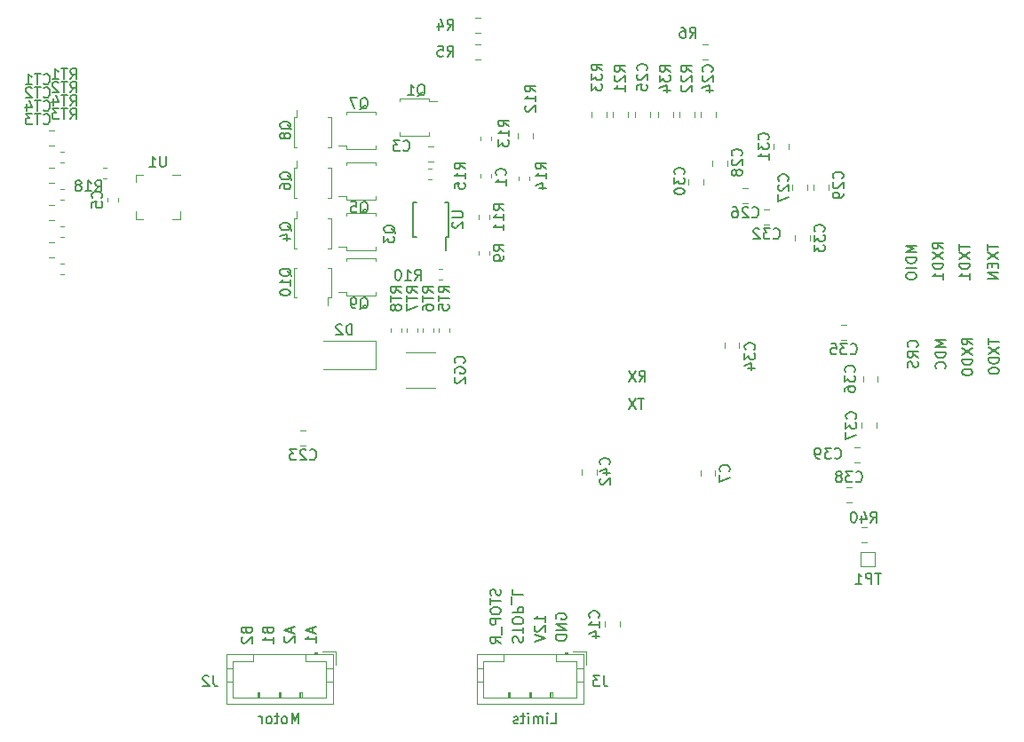
<source format=gbr>
%TF.GenerationSoftware,KiCad,Pcbnew,(5.1.12)-1*%
%TF.CreationDate,2022-03-07T22:11:42-06:00*%
%TF.ProjectId,PoE_Stepper_Driver,506f455f-5374-4657-9070-65725f447269,rev?*%
%TF.SameCoordinates,Original*%
%TF.FileFunction,Legend,Bot*%
%TF.FilePolarity,Positive*%
%FSLAX46Y46*%
G04 Gerber Fmt 4.6, Leading zero omitted, Abs format (unit mm)*
G04 Created by KiCad (PCBNEW (5.1.12)-1) date 2022-03-07 22:11:42*
%MOMM*%
%LPD*%
G01*
G04 APERTURE LIST*
%ADD10C,0.120000*%
%ADD11C,0.150000*%
G04 APERTURE END LIST*
D10*
%TO.C,R40*%
X174109748Y-108383000D02*
X174632252Y-108383000D01*
X174109748Y-109803000D02*
X174632252Y-109803000D01*
%TO.C,RT4*%
X98088267Y-80647000D02*
X97745733Y-80647000D01*
X98088267Y-79627000D02*
X97745733Y-79627000D01*
%TO.C,C5*%
X102233000Y-76917733D02*
X102233000Y-77260267D01*
X103253000Y-76917733D02*
X103253000Y-77260267D01*
%TO.C,C1*%
X138813000Y-74631733D02*
X138813000Y-74974267D01*
X137793000Y-74631733D02*
X137793000Y-74974267D01*
%TO.C,C3*%
X132843748Y-73481000D02*
X133366252Y-73481000D01*
X132843748Y-72061000D02*
X133366252Y-72061000D01*
%TO.C,C7*%
X160199116Y-103459219D02*
X160199116Y-102936715D01*
X158779116Y-103459219D02*
X158779116Y-102936715D01*
%TO.C,C14*%
X149658000Y-117340748D02*
X149658000Y-117863252D01*
X151078000Y-117340748D02*
X151078000Y-117863252D01*
%TO.C,C26*%
X162806748Y-75998000D02*
X163329252Y-75998000D01*
X162806748Y-77418000D02*
X163329252Y-77418000D01*
%TO.C,C27*%
X168985000Y-76207252D02*
X168985000Y-75684748D01*
X167565000Y-76207252D02*
X167565000Y-75684748D01*
%TO.C,C28*%
X161365000Y-73398748D02*
X161365000Y-73921252D01*
X159945000Y-73398748D02*
X159945000Y-73921252D01*
%TO.C,C30*%
X157659000Y-75699252D02*
X157659000Y-75176748D01*
X159079000Y-75699252D02*
X159079000Y-75176748D01*
%TO.C,C31*%
X167207000Y-71747748D02*
X167207000Y-72270252D01*
X165787000Y-71747748D02*
X165787000Y-72270252D01*
%TO.C,C32*%
X164838748Y-79450000D02*
X165361252Y-79450000D01*
X164838748Y-78030000D02*
X165361252Y-78030000D01*
%TO.C,C34*%
X161065115Y-90753714D02*
X161065115Y-91276218D01*
X162485115Y-90753714D02*
X162485115Y-91276218D01*
%TO.C,C35*%
X172181863Y-89034967D02*
X172704367Y-89034967D01*
X172181863Y-90454967D02*
X172704367Y-90454967D01*
%TO.C,C36*%
X174273116Y-94451219D02*
X174273116Y-93928715D01*
X175693116Y-94451219D02*
X175693116Y-93928715D01*
%TO.C,C37*%
X174146116Y-98373715D02*
X174146116Y-98896219D01*
X175566116Y-98373715D02*
X175566116Y-98896219D01*
%TO.C,C38*%
X173212368Y-105948967D02*
X172689864Y-105948967D01*
X173212368Y-104528967D02*
X172689864Y-104528967D01*
%TO.C,C39*%
X173997252Y-102183000D02*
X173474748Y-102183000D01*
X173997252Y-100763000D02*
X173474748Y-100763000D01*
%TO.C,CG2*%
X133466252Y-95055000D02*
X130693748Y-95055000D01*
X133466252Y-91635000D02*
X130693748Y-91635000D01*
%TO.C,CT1*%
X97171252Y-70537000D02*
X96648748Y-70537000D01*
X97171252Y-71957000D02*
X96648748Y-71957000D01*
%TO.C,CT2*%
X97162252Y-75513000D02*
X96639748Y-75513000D01*
X97162252Y-74093000D02*
X96639748Y-74093000D01*
%TO.C,CT3*%
X97162252Y-82625000D02*
X96639748Y-82625000D01*
X97162252Y-81205000D02*
X96639748Y-81205000D01*
%TO.C,CT4*%
X97162252Y-77649000D02*
X96639748Y-77649000D01*
X97162252Y-79069000D02*
X96639748Y-79069000D01*
%TO.C,D2*%
X127794000Y-90588000D02*
X122814000Y-90588000D01*
X127794000Y-93308000D02*
X122814000Y-93308000D01*
X127794000Y-90588000D02*
X127794000Y-93308000D01*
%TO.C,J2*%
X124026000Y-120191000D02*
X124026000Y-121441000D01*
X122776000Y-120191000D02*
X124026000Y-120191000D01*
X116666000Y-124601000D02*
X116666000Y-124101000D01*
X116566000Y-124101000D02*
X116566000Y-124601000D01*
X116766000Y-124101000D02*
X116566000Y-124101000D01*
X116766000Y-124601000D02*
X116766000Y-124101000D01*
X118666000Y-124601000D02*
X118666000Y-124101000D01*
X118566000Y-124101000D02*
X118566000Y-124601000D01*
X118766000Y-124101000D02*
X118566000Y-124101000D01*
X118766000Y-124601000D02*
X118766000Y-124101000D01*
X120666000Y-124601000D02*
X120666000Y-124101000D01*
X120566000Y-124101000D02*
X120566000Y-124601000D01*
X120766000Y-124101000D02*
X120566000Y-124101000D01*
X120766000Y-124601000D02*
X120766000Y-124101000D01*
X113606000Y-123101000D02*
X114216000Y-123101000D01*
X113606000Y-121801000D02*
X114216000Y-121801000D01*
X123726000Y-123101000D02*
X123116000Y-123101000D01*
X123726000Y-121801000D02*
X123116000Y-121801000D01*
X116166000Y-121101000D02*
X116166000Y-120491000D01*
X114216000Y-121101000D02*
X116166000Y-121101000D01*
X114216000Y-124601000D02*
X114216000Y-121101000D01*
X123116000Y-124601000D02*
X114216000Y-124601000D01*
X123116000Y-121101000D02*
X123116000Y-124601000D01*
X121166000Y-121101000D02*
X123116000Y-121101000D01*
X121166000Y-120491000D02*
X121166000Y-121101000D01*
X121966000Y-120391000D02*
X122266000Y-120391000D01*
X122266000Y-120291000D02*
X122266000Y-120491000D01*
X121966000Y-120291000D02*
X122266000Y-120291000D01*
X121966000Y-120491000D02*
X121966000Y-120291000D01*
X113606000Y-120491000D02*
X123726000Y-120491000D01*
X113606000Y-125211000D02*
X113606000Y-120491000D01*
X123726000Y-125211000D02*
X113606000Y-125211000D01*
X123726000Y-120491000D02*
X123726000Y-125211000D01*
%TO.C,R4*%
X137802252Y-61162000D02*
X137279748Y-61162000D01*
X137802252Y-59742000D02*
X137279748Y-59742000D01*
%TO.C,R5*%
X137802252Y-62282000D02*
X137279748Y-62282000D01*
X137802252Y-63702000D02*
X137279748Y-63702000D01*
%TO.C,R6*%
X158996748Y-62282000D02*
X159519252Y-62282000D01*
X158996748Y-63702000D02*
X159519252Y-63702000D01*
%TO.C,R9*%
X138686000Y-82340267D02*
X138686000Y-81997733D01*
X137666000Y-82340267D02*
X137666000Y-81997733D01*
%TO.C,R10*%
X134156267Y-84711000D02*
X133813733Y-84711000D01*
X134156267Y-83691000D02*
X133813733Y-83691000D01*
%TO.C,R11*%
X138686000Y-78925267D02*
X138686000Y-78582733D01*
X137666000Y-78925267D02*
X137666000Y-78582733D01*
%TO.C,R12*%
X141403000Y-70731748D02*
X141403000Y-71254252D01*
X142823000Y-70731748D02*
X142823000Y-71254252D01*
%TO.C,R13*%
X138813000Y-71075733D02*
X138813000Y-71418267D01*
X137793000Y-71075733D02*
X137793000Y-71418267D01*
%TO.C,R14*%
X141476000Y-74885733D02*
X141476000Y-75228267D01*
X142496000Y-74885733D02*
X142496000Y-75228267D01*
%TO.C,R15*%
X133140267Y-75186000D02*
X132797733Y-75186000D01*
X133140267Y-74166000D02*
X132797733Y-74166000D01*
%TO.C,R18*%
X102152267Y-75059000D02*
X101809733Y-75059000D01*
X102152267Y-74039000D02*
X101809733Y-74039000D01*
%TO.C,RT1*%
X98088267Y-72515000D02*
X97745733Y-72515000D01*
X98088267Y-73535000D02*
X97745733Y-73535000D01*
%TO.C,RT2*%
X98088267Y-77091000D02*
X97745733Y-77091000D01*
X98088267Y-76071000D02*
X97745733Y-76071000D01*
%TO.C,RT3*%
X98088267Y-83183000D02*
X97745733Y-83183000D01*
X98088267Y-84203000D02*
X97745733Y-84203000D01*
%TO.C,RT5*%
X133856000Y-89363733D02*
X133856000Y-89706267D01*
X134876000Y-89363733D02*
X134876000Y-89706267D01*
%TO.C,RT6*%
X133352000Y-89377733D02*
X133352000Y-89720267D01*
X132332000Y-89377733D02*
X132332000Y-89720267D01*
%TO.C,RT7*%
X130808000Y-89377733D02*
X130808000Y-89720267D01*
X131828000Y-89377733D02*
X131828000Y-89720267D01*
%TO.C,RT8*%
X130304000Y-89377733D02*
X130304000Y-89720267D01*
X129284000Y-89377733D02*
X129284000Y-89720267D01*
%TO.C,U1*%
X108446000Y-74725000D02*
X109171000Y-74725000D01*
X104951000Y-78945000D02*
X104951000Y-78220000D01*
X105676000Y-78945000D02*
X104951000Y-78945000D01*
X109171000Y-78945000D02*
X109171000Y-78220000D01*
X108446000Y-78945000D02*
X109171000Y-78945000D01*
X104951000Y-74725000D02*
X104951000Y-75450000D01*
X105676000Y-74725000D02*
X104951000Y-74725000D01*
D11*
%TO.C,U2*%
X134546000Y-80669000D02*
X134546000Y-81894000D01*
X131421000Y-80669000D02*
X131421000Y-77319000D01*
X134771000Y-80669000D02*
X134771000Y-77319000D01*
X131421000Y-80669000D02*
X131721000Y-80669000D01*
X131421000Y-77319000D02*
X131721000Y-77319000D01*
X134771000Y-77319000D02*
X134471000Y-77319000D01*
X134771000Y-80669000D02*
X134546000Y-80669000D01*
D10*
%TO.C,Q1*%
X132919000Y-70690000D02*
X132919000Y-70985000D01*
X132919000Y-70985000D02*
X130079000Y-70985000D01*
X130079000Y-70985000D02*
X130079000Y-70690000D01*
X130079000Y-67740000D02*
X130079000Y-67445000D01*
X130079000Y-67445000D02*
X132919000Y-67445000D01*
X132919000Y-67445000D02*
X132919000Y-67740000D01*
X133649000Y-67740000D02*
X132919000Y-67740000D01*
%TO.C,Q3*%
X124288000Y-81612000D02*
X125018000Y-81612000D01*
X125018000Y-81907000D02*
X125018000Y-81612000D01*
X127858000Y-81907000D02*
X125018000Y-81907000D01*
X127858000Y-81612000D02*
X127858000Y-81907000D01*
X127858000Y-78367000D02*
X127858000Y-78662000D01*
X125018000Y-78367000D02*
X127858000Y-78367000D01*
X125018000Y-78662000D02*
X125018000Y-78367000D01*
%TO.C,Q4*%
X120318000Y-78187000D02*
X120318000Y-78917000D01*
X120023000Y-78917000D02*
X120318000Y-78917000D01*
X120023000Y-81757000D02*
X120023000Y-78917000D01*
X120318000Y-81757000D02*
X120023000Y-81757000D01*
X123563000Y-81757000D02*
X123268000Y-81757000D01*
X123563000Y-78917000D02*
X123563000Y-81757000D01*
X123268000Y-78917000D02*
X123563000Y-78917000D01*
%TO.C,Q5*%
X125018000Y-73836000D02*
X125018000Y-73541000D01*
X125018000Y-73541000D02*
X127858000Y-73541000D01*
X127858000Y-73541000D02*
X127858000Y-73836000D01*
X127858000Y-76786000D02*
X127858000Y-77081000D01*
X127858000Y-77081000D02*
X125018000Y-77081000D01*
X125018000Y-77081000D02*
X125018000Y-76786000D01*
X124288000Y-76786000D02*
X125018000Y-76786000D01*
%TO.C,Q6*%
X123268000Y-74091000D02*
X123563000Y-74091000D01*
X123563000Y-74091000D02*
X123563000Y-76931000D01*
X123563000Y-76931000D02*
X123268000Y-76931000D01*
X120318000Y-76931000D02*
X120023000Y-76931000D01*
X120023000Y-76931000D02*
X120023000Y-74091000D01*
X120023000Y-74091000D02*
X120318000Y-74091000D01*
X120318000Y-73361000D02*
X120318000Y-74091000D01*
%TO.C,Q7*%
X124288000Y-71960000D02*
X125018000Y-71960000D01*
X125018000Y-72255000D02*
X125018000Y-71960000D01*
X127858000Y-72255000D02*
X125018000Y-72255000D01*
X127858000Y-71960000D02*
X127858000Y-72255000D01*
X127858000Y-68715000D02*
X127858000Y-69010000D01*
X125018000Y-68715000D02*
X127858000Y-68715000D01*
X125018000Y-69010000D02*
X125018000Y-68715000D01*
%TO.C,Q8*%
X120318000Y-68535000D02*
X120318000Y-69265000D01*
X120023000Y-69265000D02*
X120318000Y-69265000D01*
X120023000Y-72105000D02*
X120023000Y-69265000D01*
X120318000Y-72105000D02*
X120023000Y-72105000D01*
X123563000Y-72105000D02*
X123268000Y-72105000D01*
X123563000Y-69265000D02*
X123563000Y-72105000D01*
X123268000Y-69265000D02*
X123563000Y-69265000D01*
%TO.C,Q9*%
X125018000Y-82980000D02*
X125018000Y-82685000D01*
X125018000Y-82685000D02*
X127858000Y-82685000D01*
X127858000Y-82685000D02*
X127858000Y-82980000D01*
X127858000Y-85930000D02*
X127858000Y-86225000D01*
X127858000Y-86225000D02*
X125018000Y-86225000D01*
X125018000Y-86225000D02*
X125018000Y-85930000D01*
X124288000Y-85930000D02*
X125018000Y-85930000D01*
%TO.C,Q10*%
X123268000Y-87167000D02*
X123268000Y-86437000D01*
X123563000Y-86437000D02*
X123268000Y-86437000D01*
X123563000Y-83597000D02*
X123563000Y-86437000D01*
X123268000Y-83597000D02*
X123563000Y-83597000D01*
X120023000Y-83597000D02*
X120318000Y-83597000D01*
X120023000Y-86437000D02*
X120023000Y-83597000D01*
X120318000Y-86437000D02*
X120023000Y-86437000D01*
%TO.C,C23*%
X120642748Y-100532000D02*
X121165252Y-100532000D01*
X120642748Y-99112000D02*
X121165252Y-99112000D01*
%TO.C,C24*%
X160222000Y-68699748D02*
X160222000Y-69222252D01*
X158802000Y-68699748D02*
X158802000Y-69222252D01*
%TO.C,C25*%
X152579000Y-68699748D02*
X152579000Y-69222252D01*
X153999000Y-68699748D02*
X153999000Y-69222252D01*
%TO.C,C29*%
X171017000Y-76207252D02*
X171017000Y-75684748D01*
X169597000Y-76207252D02*
X169597000Y-75684748D01*
%TO.C,C33*%
X169239000Y-81024252D02*
X169239000Y-80501748D01*
X167819000Y-81024252D02*
X167819000Y-80501748D01*
%TO.C,J3*%
X147902000Y-120191000D02*
X147902000Y-121441000D01*
X146652000Y-120191000D02*
X147902000Y-120191000D01*
X140542000Y-124601000D02*
X140542000Y-124101000D01*
X140442000Y-124101000D02*
X140442000Y-124601000D01*
X140642000Y-124101000D02*
X140442000Y-124101000D01*
X140642000Y-124601000D02*
X140642000Y-124101000D01*
X142542000Y-124601000D02*
X142542000Y-124101000D01*
X142442000Y-124101000D02*
X142442000Y-124601000D01*
X142642000Y-124101000D02*
X142442000Y-124101000D01*
X142642000Y-124601000D02*
X142642000Y-124101000D01*
X144542000Y-124601000D02*
X144542000Y-124101000D01*
X144442000Y-124101000D02*
X144442000Y-124601000D01*
X144642000Y-124101000D02*
X144442000Y-124101000D01*
X144642000Y-124601000D02*
X144642000Y-124101000D01*
X137482000Y-123101000D02*
X138092000Y-123101000D01*
X137482000Y-121801000D02*
X138092000Y-121801000D01*
X147602000Y-123101000D02*
X146992000Y-123101000D01*
X147602000Y-121801000D02*
X146992000Y-121801000D01*
X140042000Y-121101000D02*
X140042000Y-120491000D01*
X138092000Y-121101000D02*
X140042000Y-121101000D01*
X138092000Y-124601000D02*
X138092000Y-121101000D01*
X146992000Y-124601000D02*
X138092000Y-124601000D01*
X146992000Y-121101000D02*
X146992000Y-124601000D01*
X145042000Y-121101000D02*
X146992000Y-121101000D01*
X145042000Y-120491000D02*
X145042000Y-121101000D01*
X145842000Y-120391000D02*
X146142000Y-120391000D01*
X146142000Y-120291000D02*
X146142000Y-120491000D01*
X145842000Y-120291000D02*
X146142000Y-120291000D01*
X145842000Y-120491000D02*
X145842000Y-120291000D01*
X137482000Y-120491000D02*
X147602000Y-120491000D01*
X137482000Y-125211000D02*
X137482000Y-120491000D01*
X147602000Y-125211000D02*
X137482000Y-125211000D01*
X147602000Y-120491000D02*
X147602000Y-125211000D01*
%TO.C,R21*%
X151840000Y-68699748D02*
X151840000Y-69222252D01*
X150420000Y-68699748D02*
X150420000Y-69222252D01*
%TO.C,R22*%
X156770000Y-68699748D02*
X156770000Y-69222252D01*
X158190000Y-68699748D02*
X158190000Y-69222252D01*
%TO.C,R33*%
X149808000Y-68699748D02*
X149808000Y-69222252D01*
X148388000Y-68699748D02*
X148388000Y-69222252D01*
%TO.C,R34*%
X156158000Y-68699748D02*
X156158000Y-69222252D01*
X154738000Y-68699748D02*
X154738000Y-69222252D01*
%TO.C,C42*%
X148919000Y-102862748D02*
X148919000Y-103385252D01*
X147499000Y-102862748D02*
X147499000Y-103385252D01*
%TO.C,TP1*%
X174052000Y-112079000D02*
X175452000Y-112079000D01*
X175452000Y-112079000D02*
X175452000Y-110679000D01*
X175452000Y-110679000D02*
X174052000Y-110679000D01*
X174052000Y-110679000D02*
X174052000Y-112079000D01*
%TO.C,R40*%
D11*
X175013857Y-107894380D02*
X175347190Y-107418190D01*
X175585285Y-107894380D02*
X175585285Y-106894380D01*
X175204333Y-106894380D01*
X175109095Y-106942000D01*
X175061476Y-106989619D01*
X175013857Y-107084857D01*
X175013857Y-107227714D01*
X175061476Y-107322952D01*
X175109095Y-107370571D01*
X175204333Y-107418190D01*
X175585285Y-107418190D01*
X174156714Y-107227714D02*
X174156714Y-107894380D01*
X174394809Y-106846761D02*
X174632904Y-107561047D01*
X174013857Y-107561047D01*
X173442428Y-106894380D02*
X173347190Y-106894380D01*
X173251952Y-106942000D01*
X173204333Y-106989619D01*
X173156714Y-107084857D01*
X173109095Y-107275333D01*
X173109095Y-107513428D01*
X173156714Y-107703904D01*
X173204333Y-107799142D01*
X173251952Y-107846761D01*
X173347190Y-107894380D01*
X173442428Y-107894380D01*
X173537666Y-107846761D01*
X173585285Y-107799142D01*
X173632904Y-107703904D01*
X173680523Y-107513428D01*
X173680523Y-107275333D01*
X173632904Y-107084857D01*
X173585285Y-106989619D01*
X173537666Y-106942000D01*
X173442428Y-106894380D01*
%TO.C,RT4*%
X98718619Y-68143380D02*
X99051952Y-67667190D01*
X99290047Y-68143380D02*
X99290047Y-67143380D01*
X98909095Y-67143380D01*
X98813857Y-67191000D01*
X98766238Y-67238619D01*
X98718619Y-67333857D01*
X98718619Y-67476714D01*
X98766238Y-67571952D01*
X98813857Y-67619571D01*
X98909095Y-67667190D01*
X99290047Y-67667190D01*
X98432904Y-67143380D02*
X97861476Y-67143380D01*
X98147190Y-68143380D02*
X98147190Y-67143380D01*
X97099571Y-67476714D02*
X97099571Y-68143380D01*
X97337666Y-67095761D02*
X97575761Y-67810047D01*
X96956714Y-67810047D01*
%TO.C,C5*%
X101670142Y-76922333D02*
X101717761Y-76874714D01*
X101765380Y-76731857D01*
X101765380Y-76636619D01*
X101717761Y-76493761D01*
X101622523Y-76398523D01*
X101527285Y-76350904D01*
X101336809Y-76303285D01*
X101193952Y-76303285D01*
X101003476Y-76350904D01*
X100908238Y-76398523D01*
X100813000Y-76493761D01*
X100765380Y-76636619D01*
X100765380Y-76731857D01*
X100813000Y-76874714D01*
X100860619Y-76922333D01*
X100765380Y-77827095D02*
X100765380Y-77350904D01*
X101241571Y-77303285D01*
X101193952Y-77350904D01*
X101146333Y-77446142D01*
X101146333Y-77684238D01*
X101193952Y-77779476D01*
X101241571Y-77827095D01*
X101336809Y-77874714D01*
X101574904Y-77874714D01*
X101670142Y-77827095D01*
X101717761Y-77779476D01*
X101765380Y-77684238D01*
X101765380Y-77446142D01*
X101717761Y-77350904D01*
X101670142Y-77303285D01*
%TO.C,C1*%
X140184142Y-74763333D02*
X140231761Y-74715714D01*
X140279380Y-74572857D01*
X140279380Y-74477619D01*
X140231761Y-74334761D01*
X140136523Y-74239523D01*
X140041285Y-74191904D01*
X139850809Y-74144285D01*
X139707952Y-74144285D01*
X139517476Y-74191904D01*
X139422238Y-74239523D01*
X139327000Y-74334761D01*
X139279380Y-74477619D01*
X139279380Y-74572857D01*
X139327000Y-74715714D01*
X139374619Y-74763333D01*
X140279380Y-75715714D02*
X140279380Y-75144285D01*
X140279380Y-75430000D02*
X139279380Y-75430000D01*
X139422238Y-75334761D01*
X139517476Y-75239523D01*
X139565095Y-75144285D01*
%TO.C,C3*%
X130468666Y-72366142D02*
X130516285Y-72413761D01*
X130659142Y-72461380D01*
X130754380Y-72461380D01*
X130897238Y-72413761D01*
X130992476Y-72318523D01*
X131040095Y-72223285D01*
X131087714Y-72032809D01*
X131087714Y-71889952D01*
X131040095Y-71699476D01*
X130992476Y-71604238D01*
X130897238Y-71509000D01*
X130754380Y-71461380D01*
X130659142Y-71461380D01*
X130516285Y-71509000D01*
X130468666Y-71556619D01*
X130135333Y-71461380D02*
X129516285Y-71461380D01*
X129849619Y-71842333D01*
X129706761Y-71842333D01*
X129611523Y-71889952D01*
X129563904Y-71937571D01*
X129516285Y-72032809D01*
X129516285Y-72270904D01*
X129563904Y-72366142D01*
X129611523Y-72413761D01*
X129706761Y-72461380D01*
X129992476Y-72461380D01*
X130087714Y-72413761D01*
X130135333Y-72366142D01*
%TO.C,C7*%
X161496258Y-103031300D02*
X161543877Y-102983681D01*
X161591496Y-102840824D01*
X161591496Y-102745586D01*
X161543877Y-102602728D01*
X161448639Y-102507490D01*
X161353401Y-102459871D01*
X161162925Y-102412252D01*
X161020068Y-102412252D01*
X160829592Y-102459871D01*
X160734354Y-102507490D01*
X160639116Y-102602728D01*
X160591496Y-102745586D01*
X160591496Y-102840824D01*
X160639116Y-102983681D01*
X160686735Y-103031300D01*
X160591496Y-103364633D02*
X160591496Y-104031300D01*
X161591496Y-103602728D01*
%TO.C,C14*%
X149075142Y-116959142D02*
X149122761Y-116911523D01*
X149170380Y-116768666D01*
X149170380Y-116673428D01*
X149122761Y-116530571D01*
X149027523Y-116435333D01*
X148932285Y-116387714D01*
X148741809Y-116340095D01*
X148598952Y-116340095D01*
X148408476Y-116387714D01*
X148313238Y-116435333D01*
X148218000Y-116530571D01*
X148170380Y-116673428D01*
X148170380Y-116768666D01*
X148218000Y-116911523D01*
X148265619Y-116959142D01*
X149170380Y-117911523D02*
X149170380Y-117340095D01*
X149170380Y-117625809D02*
X148170380Y-117625809D01*
X148313238Y-117530571D01*
X148408476Y-117435333D01*
X148456095Y-117340095D01*
X148503714Y-118768666D02*
X149170380Y-118768666D01*
X148122761Y-118530571D02*
X148837047Y-118292476D01*
X148837047Y-118911523D01*
%TO.C,C26*%
X163710857Y-78715142D02*
X163758476Y-78762761D01*
X163901333Y-78810380D01*
X163996571Y-78810380D01*
X164139428Y-78762761D01*
X164234666Y-78667523D01*
X164282285Y-78572285D01*
X164329904Y-78381809D01*
X164329904Y-78238952D01*
X164282285Y-78048476D01*
X164234666Y-77953238D01*
X164139428Y-77858000D01*
X163996571Y-77810380D01*
X163901333Y-77810380D01*
X163758476Y-77858000D01*
X163710857Y-77905619D01*
X163329904Y-77905619D02*
X163282285Y-77858000D01*
X163187047Y-77810380D01*
X162948952Y-77810380D01*
X162853714Y-77858000D01*
X162806095Y-77905619D01*
X162758476Y-78000857D01*
X162758476Y-78096095D01*
X162806095Y-78238952D01*
X163377523Y-78810380D01*
X162758476Y-78810380D01*
X161901333Y-77810380D02*
X162091809Y-77810380D01*
X162187047Y-77858000D01*
X162234666Y-77905619D01*
X162329904Y-78048476D01*
X162377523Y-78238952D01*
X162377523Y-78619904D01*
X162329904Y-78715142D01*
X162282285Y-78762761D01*
X162187047Y-78810380D01*
X161996571Y-78810380D01*
X161901333Y-78762761D01*
X161853714Y-78715142D01*
X161806095Y-78619904D01*
X161806095Y-78381809D01*
X161853714Y-78286571D01*
X161901333Y-78238952D01*
X161996571Y-78191333D01*
X162187047Y-78191333D01*
X162282285Y-78238952D01*
X162329904Y-78286571D01*
X162377523Y-78381809D01*
%TO.C,C27*%
X167108142Y-75303142D02*
X167155761Y-75255523D01*
X167203380Y-75112666D01*
X167203380Y-75017428D01*
X167155761Y-74874571D01*
X167060523Y-74779333D01*
X166965285Y-74731714D01*
X166774809Y-74684095D01*
X166631952Y-74684095D01*
X166441476Y-74731714D01*
X166346238Y-74779333D01*
X166251000Y-74874571D01*
X166203380Y-75017428D01*
X166203380Y-75112666D01*
X166251000Y-75255523D01*
X166298619Y-75303142D01*
X166298619Y-75684095D02*
X166251000Y-75731714D01*
X166203380Y-75826952D01*
X166203380Y-76065047D01*
X166251000Y-76160285D01*
X166298619Y-76207904D01*
X166393857Y-76255523D01*
X166489095Y-76255523D01*
X166631952Y-76207904D01*
X167203380Y-75636476D01*
X167203380Y-76255523D01*
X166203380Y-76588857D02*
X166203380Y-77255523D01*
X167203380Y-76826952D01*
%TO.C,C28*%
X162663142Y-72890142D02*
X162710761Y-72842523D01*
X162758380Y-72699666D01*
X162758380Y-72604428D01*
X162710761Y-72461571D01*
X162615523Y-72366333D01*
X162520285Y-72318714D01*
X162329809Y-72271095D01*
X162186952Y-72271095D01*
X161996476Y-72318714D01*
X161901238Y-72366333D01*
X161806000Y-72461571D01*
X161758380Y-72604428D01*
X161758380Y-72699666D01*
X161806000Y-72842523D01*
X161853619Y-72890142D01*
X161853619Y-73271095D02*
X161806000Y-73318714D01*
X161758380Y-73413952D01*
X161758380Y-73652047D01*
X161806000Y-73747285D01*
X161853619Y-73794904D01*
X161948857Y-73842523D01*
X162044095Y-73842523D01*
X162186952Y-73794904D01*
X162758380Y-73223476D01*
X162758380Y-73842523D01*
X162186952Y-74413952D02*
X162139333Y-74318714D01*
X162091714Y-74271095D01*
X161996476Y-74223476D01*
X161948857Y-74223476D01*
X161853619Y-74271095D01*
X161806000Y-74318714D01*
X161758380Y-74413952D01*
X161758380Y-74604428D01*
X161806000Y-74699666D01*
X161853619Y-74747285D01*
X161948857Y-74794904D01*
X161996476Y-74794904D01*
X162091714Y-74747285D01*
X162139333Y-74699666D01*
X162186952Y-74604428D01*
X162186952Y-74413952D01*
X162234571Y-74318714D01*
X162282190Y-74271095D01*
X162377428Y-74223476D01*
X162567904Y-74223476D01*
X162663142Y-74271095D01*
X162710761Y-74318714D01*
X162758380Y-74413952D01*
X162758380Y-74604428D01*
X162710761Y-74699666D01*
X162663142Y-74747285D01*
X162567904Y-74794904D01*
X162377428Y-74794904D01*
X162282190Y-74747285D01*
X162234571Y-74699666D01*
X162186952Y-74604428D01*
%TO.C,C30*%
X157202142Y-74668142D02*
X157249761Y-74620523D01*
X157297380Y-74477666D01*
X157297380Y-74382428D01*
X157249761Y-74239571D01*
X157154523Y-74144333D01*
X157059285Y-74096714D01*
X156868809Y-74049095D01*
X156725952Y-74049095D01*
X156535476Y-74096714D01*
X156440238Y-74144333D01*
X156345000Y-74239571D01*
X156297380Y-74382428D01*
X156297380Y-74477666D01*
X156345000Y-74620523D01*
X156392619Y-74668142D01*
X156297380Y-75001476D02*
X156297380Y-75620523D01*
X156678333Y-75287190D01*
X156678333Y-75430047D01*
X156725952Y-75525285D01*
X156773571Y-75572904D01*
X156868809Y-75620523D01*
X157106904Y-75620523D01*
X157202142Y-75572904D01*
X157249761Y-75525285D01*
X157297380Y-75430047D01*
X157297380Y-75144333D01*
X157249761Y-75049095D01*
X157202142Y-75001476D01*
X156297380Y-76239571D02*
X156297380Y-76334809D01*
X156345000Y-76430047D01*
X156392619Y-76477666D01*
X156487857Y-76525285D01*
X156678333Y-76572904D01*
X156916428Y-76572904D01*
X157106904Y-76525285D01*
X157202142Y-76477666D01*
X157249761Y-76430047D01*
X157297380Y-76334809D01*
X157297380Y-76239571D01*
X157249761Y-76144333D01*
X157202142Y-76096714D01*
X157106904Y-76049095D01*
X156916428Y-76001476D01*
X156678333Y-76001476D01*
X156487857Y-76049095D01*
X156392619Y-76096714D01*
X156345000Y-76144333D01*
X156297380Y-76239571D01*
%TO.C,C31*%
X165204142Y-71366142D02*
X165251761Y-71318523D01*
X165299380Y-71175666D01*
X165299380Y-71080428D01*
X165251761Y-70937571D01*
X165156523Y-70842333D01*
X165061285Y-70794714D01*
X164870809Y-70747095D01*
X164727952Y-70747095D01*
X164537476Y-70794714D01*
X164442238Y-70842333D01*
X164347000Y-70937571D01*
X164299380Y-71080428D01*
X164299380Y-71175666D01*
X164347000Y-71318523D01*
X164394619Y-71366142D01*
X164299380Y-71699476D02*
X164299380Y-72318523D01*
X164680333Y-71985190D01*
X164680333Y-72128047D01*
X164727952Y-72223285D01*
X164775571Y-72270904D01*
X164870809Y-72318523D01*
X165108904Y-72318523D01*
X165204142Y-72270904D01*
X165251761Y-72223285D01*
X165299380Y-72128047D01*
X165299380Y-71842333D01*
X165251761Y-71747095D01*
X165204142Y-71699476D01*
X165299380Y-73270904D02*
X165299380Y-72699476D01*
X165299380Y-72985190D02*
X164299380Y-72985190D01*
X164442238Y-72889952D01*
X164537476Y-72794714D01*
X164585095Y-72699476D01*
%TO.C,C32*%
X165742857Y-80747142D02*
X165790476Y-80794761D01*
X165933333Y-80842380D01*
X166028571Y-80842380D01*
X166171428Y-80794761D01*
X166266666Y-80699523D01*
X166314285Y-80604285D01*
X166361904Y-80413809D01*
X166361904Y-80270952D01*
X166314285Y-80080476D01*
X166266666Y-79985238D01*
X166171428Y-79890000D01*
X166028571Y-79842380D01*
X165933333Y-79842380D01*
X165790476Y-79890000D01*
X165742857Y-79937619D01*
X165409523Y-79842380D02*
X164790476Y-79842380D01*
X165123809Y-80223333D01*
X164980952Y-80223333D01*
X164885714Y-80270952D01*
X164838095Y-80318571D01*
X164790476Y-80413809D01*
X164790476Y-80651904D01*
X164838095Y-80747142D01*
X164885714Y-80794761D01*
X164980952Y-80842380D01*
X165266666Y-80842380D01*
X165361904Y-80794761D01*
X165409523Y-80747142D01*
X164409523Y-79937619D02*
X164361904Y-79890000D01*
X164266666Y-79842380D01*
X164028571Y-79842380D01*
X163933333Y-79890000D01*
X163885714Y-79937619D01*
X163838095Y-80032857D01*
X163838095Y-80128095D01*
X163885714Y-80270952D01*
X164457142Y-80842380D01*
X163838095Y-80842380D01*
%TO.C,C34*%
X163910257Y-91388108D02*
X163957876Y-91340489D01*
X164005495Y-91197632D01*
X164005495Y-91102394D01*
X163957876Y-90959537D01*
X163862638Y-90864299D01*
X163767400Y-90816680D01*
X163576924Y-90769061D01*
X163434067Y-90769061D01*
X163243591Y-90816680D01*
X163148353Y-90864299D01*
X163053115Y-90959537D01*
X163005495Y-91102394D01*
X163005495Y-91197632D01*
X163053115Y-91340489D01*
X163100734Y-91388108D01*
X163005495Y-91721442D02*
X163005495Y-92340489D01*
X163386448Y-92007156D01*
X163386448Y-92150013D01*
X163434067Y-92245251D01*
X163481686Y-92292870D01*
X163576924Y-92340489D01*
X163815019Y-92340489D01*
X163910257Y-92292870D01*
X163957876Y-92245251D01*
X164005495Y-92150013D01*
X164005495Y-91864299D01*
X163957876Y-91769061D01*
X163910257Y-91721442D01*
X163338829Y-93197632D02*
X164005495Y-93197632D01*
X162957876Y-92959537D02*
X163672162Y-92721442D01*
X163672162Y-93340489D01*
%TO.C,C35*%
X173085972Y-91752109D02*
X173133591Y-91799728D01*
X173276448Y-91847347D01*
X173371686Y-91847347D01*
X173514543Y-91799728D01*
X173609781Y-91704490D01*
X173657400Y-91609252D01*
X173705019Y-91418776D01*
X173705019Y-91275919D01*
X173657400Y-91085443D01*
X173609781Y-90990205D01*
X173514543Y-90894967D01*
X173371686Y-90847347D01*
X173276448Y-90847347D01*
X173133591Y-90894967D01*
X173085972Y-90942586D01*
X172752638Y-90847347D02*
X172133591Y-90847347D01*
X172466924Y-91228300D01*
X172324067Y-91228300D01*
X172228829Y-91275919D01*
X172181210Y-91323538D01*
X172133591Y-91418776D01*
X172133591Y-91656871D01*
X172181210Y-91752109D01*
X172228829Y-91799728D01*
X172324067Y-91847347D01*
X172609781Y-91847347D01*
X172705019Y-91799728D01*
X172752638Y-91752109D01*
X171228829Y-90847347D02*
X171705019Y-90847347D01*
X171752638Y-91323538D01*
X171705019Y-91275919D01*
X171609781Y-91228300D01*
X171371686Y-91228300D01*
X171276448Y-91275919D01*
X171228829Y-91323538D01*
X171181210Y-91418776D01*
X171181210Y-91656871D01*
X171228829Y-91752109D01*
X171276448Y-91799728D01*
X171371686Y-91847347D01*
X171609781Y-91847347D01*
X171705019Y-91799728D01*
X171752638Y-91752109D01*
%TO.C,C36*%
X173435258Y-93547109D02*
X173482877Y-93499490D01*
X173530496Y-93356633D01*
X173530496Y-93261395D01*
X173482877Y-93118538D01*
X173387639Y-93023300D01*
X173292401Y-92975681D01*
X173101925Y-92928062D01*
X172959068Y-92928062D01*
X172768592Y-92975681D01*
X172673354Y-93023300D01*
X172578116Y-93118538D01*
X172530496Y-93261395D01*
X172530496Y-93356633D01*
X172578116Y-93499490D01*
X172625735Y-93547109D01*
X172530496Y-93880443D02*
X172530496Y-94499490D01*
X172911449Y-94166157D01*
X172911449Y-94309014D01*
X172959068Y-94404252D01*
X173006687Y-94451871D01*
X173101925Y-94499490D01*
X173340020Y-94499490D01*
X173435258Y-94451871D01*
X173482877Y-94404252D01*
X173530496Y-94309014D01*
X173530496Y-94023300D01*
X173482877Y-93928062D01*
X173435258Y-93880443D01*
X172530496Y-95356633D02*
X172530496Y-95166157D01*
X172578116Y-95070919D01*
X172625735Y-95023300D01*
X172768592Y-94928062D01*
X172959068Y-94880443D01*
X173340020Y-94880443D01*
X173435258Y-94928062D01*
X173482877Y-94975681D01*
X173530496Y-95070919D01*
X173530496Y-95261395D01*
X173482877Y-95356633D01*
X173435258Y-95404252D01*
X173340020Y-95451871D01*
X173101925Y-95451871D01*
X173006687Y-95404252D01*
X172959068Y-95356633D01*
X172911449Y-95261395D01*
X172911449Y-95070919D01*
X172959068Y-94975681D01*
X173006687Y-94928062D01*
X173101925Y-94880443D01*
%TO.C,C37*%
X173563258Y-97992109D02*
X173610877Y-97944490D01*
X173658496Y-97801633D01*
X173658496Y-97706395D01*
X173610877Y-97563538D01*
X173515639Y-97468300D01*
X173420401Y-97420681D01*
X173229925Y-97373062D01*
X173087068Y-97373062D01*
X172896592Y-97420681D01*
X172801354Y-97468300D01*
X172706116Y-97563538D01*
X172658496Y-97706395D01*
X172658496Y-97801633D01*
X172706116Y-97944490D01*
X172753735Y-97992109D01*
X172658496Y-98325443D02*
X172658496Y-98944490D01*
X173039449Y-98611157D01*
X173039449Y-98754014D01*
X173087068Y-98849252D01*
X173134687Y-98896871D01*
X173229925Y-98944490D01*
X173468020Y-98944490D01*
X173563258Y-98896871D01*
X173610877Y-98849252D01*
X173658496Y-98754014D01*
X173658496Y-98468300D01*
X173610877Y-98373062D01*
X173563258Y-98325443D01*
X172658496Y-99277824D02*
X172658496Y-99944490D01*
X173658496Y-99515919D01*
%TO.C,C38*%
X173593973Y-103946109D02*
X173641592Y-103993728D01*
X173784449Y-104041347D01*
X173879687Y-104041347D01*
X174022544Y-103993728D01*
X174117782Y-103898490D01*
X174165401Y-103803252D01*
X174213020Y-103612776D01*
X174213020Y-103469919D01*
X174165401Y-103279443D01*
X174117782Y-103184205D01*
X174022544Y-103088967D01*
X173879687Y-103041347D01*
X173784449Y-103041347D01*
X173641592Y-103088967D01*
X173593973Y-103136586D01*
X173260639Y-103041347D02*
X172641592Y-103041347D01*
X172974925Y-103422300D01*
X172832068Y-103422300D01*
X172736830Y-103469919D01*
X172689211Y-103517538D01*
X172641592Y-103612776D01*
X172641592Y-103850871D01*
X172689211Y-103946109D01*
X172736830Y-103993728D01*
X172832068Y-104041347D01*
X173117782Y-104041347D01*
X173213020Y-103993728D01*
X173260639Y-103946109D01*
X172070163Y-103469919D02*
X172165401Y-103422300D01*
X172213020Y-103374681D01*
X172260639Y-103279443D01*
X172260639Y-103231824D01*
X172213020Y-103136586D01*
X172165401Y-103088967D01*
X172070163Y-103041347D01*
X171879687Y-103041347D01*
X171784449Y-103088967D01*
X171736830Y-103136586D01*
X171689211Y-103231824D01*
X171689211Y-103279443D01*
X171736830Y-103374681D01*
X171784449Y-103422300D01*
X171879687Y-103469919D01*
X172070163Y-103469919D01*
X172165401Y-103517538D01*
X172213020Y-103565157D01*
X172260639Y-103660395D01*
X172260639Y-103850871D01*
X172213020Y-103946109D01*
X172165401Y-103993728D01*
X172070163Y-104041347D01*
X171879687Y-104041347D01*
X171784449Y-103993728D01*
X171736830Y-103946109D01*
X171689211Y-103850871D01*
X171689211Y-103660395D01*
X171736830Y-103565157D01*
X171784449Y-103517538D01*
X171879687Y-103469919D01*
%TO.C,C39*%
X171584857Y-101703142D02*
X171632476Y-101750761D01*
X171775333Y-101798380D01*
X171870571Y-101798380D01*
X172013428Y-101750761D01*
X172108666Y-101655523D01*
X172156285Y-101560285D01*
X172203904Y-101369809D01*
X172203904Y-101226952D01*
X172156285Y-101036476D01*
X172108666Y-100941238D01*
X172013428Y-100846000D01*
X171870571Y-100798380D01*
X171775333Y-100798380D01*
X171632476Y-100846000D01*
X171584857Y-100893619D01*
X171251523Y-100798380D02*
X170632476Y-100798380D01*
X170965809Y-101179333D01*
X170822952Y-101179333D01*
X170727714Y-101226952D01*
X170680095Y-101274571D01*
X170632476Y-101369809D01*
X170632476Y-101607904D01*
X170680095Y-101703142D01*
X170727714Y-101750761D01*
X170822952Y-101798380D01*
X171108666Y-101798380D01*
X171203904Y-101750761D01*
X171251523Y-101703142D01*
X170156285Y-101798380D02*
X169965809Y-101798380D01*
X169870571Y-101750761D01*
X169822952Y-101703142D01*
X169727714Y-101560285D01*
X169680095Y-101369809D01*
X169680095Y-100988857D01*
X169727714Y-100893619D01*
X169775333Y-100846000D01*
X169870571Y-100798380D01*
X170061047Y-100798380D01*
X170156285Y-100846000D01*
X170203904Y-100893619D01*
X170251523Y-100988857D01*
X170251523Y-101226952D01*
X170203904Y-101322190D01*
X170156285Y-101369809D01*
X170061047Y-101417428D01*
X169870571Y-101417428D01*
X169775333Y-101369809D01*
X169727714Y-101322190D01*
X169680095Y-101226952D01*
%TO.C,CG2*%
X136247142Y-92678333D02*
X136294761Y-92630714D01*
X136342380Y-92487857D01*
X136342380Y-92392619D01*
X136294761Y-92249761D01*
X136199523Y-92154523D01*
X136104285Y-92106904D01*
X135913809Y-92059285D01*
X135770952Y-92059285D01*
X135580476Y-92106904D01*
X135485238Y-92154523D01*
X135390000Y-92249761D01*
X135342380Y-92392619D01*
X135342380Y-92487857D01*
X135390000Y-92630714D01*
X135437619Y-92678333D01*
X135390000Y-93630714D02*
X135342380Y-93535476D01*
X135342380Y-93392619D01*
X135390000Y-93249761D01*
X135485238Y-93154523D01*
X135580476Y-93106904D01*
X135770952Y-93059285D01*
X135913809Y-93059285D01*
X136104285Y-93106904D01*
X136199523Y-93154523D01*
X136294761Y-93249761D01*
X136342380Y-93392619D01*
X136342380Y-93487857D01*
X136294761Y-93630714D01*
X136247142Y-93678333D01*
X135913809Y-93678333D01*
X135913809Y-93487857D01*
X135437619Y-94059285D02*
X135390000Y-94106904D01*
X135342380Y-94202142D01*
X135342380Y-94440238D01*
X135390000Y-94535476D01*
X135437619Y-94583095D01*
X135532857Y-94630714D01*
X135628095Y-94630714D01*
X135770952Y-94583095D01*
X136342380Y-94011666D01*
X136342380Y-94630714D01*
%TO.C,CT1*%
X96178619Y-66016142D02*
X96226238Y-66063761D01*
X96369095Y-66111380D01*
X96464333Y-66111380D01*
X96607190Y-66063761D01*
X96702428Y-65968523D01*
X96750047Y-65873285D01*
X96797666Y-65682809D01*
X96797666Y-65539952D01*
X96750047Y-65349476D01*
X96702428Y-65254238D01*
X96607190Y-65159000D01*
X96464333Y-65111380D01*
X96369095Y-65111380D01*
X96226238Y-65159000D01*
X96178619Y-65206619D01*
X95892904Y-65111380D02*
X95321476Y-65111380D01*
X95607190Y-66111380D02*
X95607190Y-65111380D01*
X94464333Y-66111380D02*
X95035761Y-66111380D01*
X94750047Y-66111380D02*
X94750047Y-65111380D01*
X94845285Y-65254238D01*
X94940523Y-65349476D01*
X95035761Y-65397095D01*
%TO.C,CT2*%
X96178619Y-67286142D02*
X96226238Y-67333761D01*
X96369095Y-67381380D01*
X96464333Y-67381380D01*
X96607190Y-67333761D01*
X96702428Y-67238523D01*
X96750047Y-67143285D01*
X96797666Y-66952809D01*
X96797666Y-66809952D01*
X96750047Y-66619476D01*
X96702428Y-66524238D01*
X96607190Y-66429000D01*
X96464333Y-66381380D01*
X96369095Y-66381380D01*
X96226238Y-66429000D01*
X96178619Y-66476619D01*
X95892904Y-66381380D02*
X95321476Y-66381380D01*
X95607190Y-67381380D02*
X95607190Y-66381380D01*
X95035761Y-66476619D02*
X94988142Y-66429000D01*
X94892904Y-66381380D01*
X94654809Y-66381380D01*
X94559571Y-66429000D01*
X94511952Y-66476619D01*
X94464333Y-66571857D01*
X94464333Y-66667095D01*
X94511952Y-66809952D01*
X95083380Y-67381380D01*
X94464333Y-67381380D01*
%TO.C,CT3*%
X96178619Y-69826142D02*
X96226238Y-69873761D01*
X96369095Y-69921380D01*
X96464333Y-69921380D01*
X96607190Y-69873761D01*
X96702428Y-69778523D01*
X96750047Y-69683285D01*
X96797666Y-69492809D01*
X96797666Y-69349952D01*
X96750047Y-69159476D01*
X96702428Y-69064238D01*
X96607190Y-68969000D01*
X96464333Y-68921380D01*
X96369095Y-68921380D01*
X96226238Y-68969000D01*
X96178619Y-69016619D01*
X95892904Y-68921380D02*
X95321476Y-68921380D01*
X95607190Y-69921380D02*
X95607190Y-68921380D01*
X95083380Y-68921380D02*
X94464333Y-68921380D01*
X94797666Y-69302333D01*
X94654809Y-69302333D01*
X94559571Y-69349952D01*
X94511952Y-69397571D01*
X94464333Y-69492809D01*
X94464333Y-69730904D01*
X94511952Y-69826142D01*
X94559571Y-69873761D01*
X94654809Y-69921380D01*
X94940523Y-69921380D01*
X95035761Y-69873761D01*
X95083380Y-69826142D01*
%TO.C,CT4*%
X96178619Y-68556142D02*
X96226238Y-68603761D01*
X96369095Y-68651380D01*
X96464333Y-68651380D01*
X96607190Y-68603761D01*
X96702428Y-68508523D01*
X96750047Y-68413285D01*
X96797666Y-68222809D01*
X96797666Y-68079952D01*
X96750047Y-67889476D01*
X96702428Y-67794238D01*
X96607190Y-67699000D01*
X96464333Y-67651380D01*
X96369095Y-67651380D01*
X96226238Y-67699000D01*
X96178619Y-67746619D01*
X95892904Y-67651380D02*
X95321476Y-67651380D01*
X95607190Y-68651380D02*
X95607190Y-67651380D01*
X94559571Y-67984714D02*
X94559571Y-68651380D01*
X94797666Y-67603761D02*
X95035761Y-68318047D01*
X94416714Y-68318047D01*
%TO.C,D2*%
X125579095Y-89987380D02*
X125579095Y-88987380D01*
X125341000Y-88987380D01*
X125198142Y-89035000D01*
X125102904Y-89130238D01*
X125055285Y-89225476D01*
X125007666Y-89415952D01*
X125007666Y-89558809D01*
X125055285Y-89749285D01*
X125102904Y-89844523D01*
X125198142Y-89939761D01*
X125341000Y-89987380D01*
X125579095Y-89987380D01*
X124626714Y-89082619D02*
X124579095Y-89035000D01*
X124483857Y-88987380D01*
X124245761Y-88987380D01*
X124150523Y-89035000D01*
X124102904Y-89082619D01*
X124055285Y-89177857D01*
X124055285Y-89273095D01*
X124102904Y-89415952D01*
X124674333Y-89987380D01*
X124055285Y-89987380D01*
%TO.C,J2*%
X112347333Y-122515380D02*
X112347333Y-123229666D01*
X112394952Y-123372523D01*
X112490190Y-123467761D01*
X112633047Y-123515380D01*
X112728285Y-123515380D01*
X111918761Y-122610619D02*
X111871142Y-122563000D01*
X111775904Y-122515380D01*
X111537809Y-122515380D01*
X111442571Y-122563000D01*
X111394952Y-122610619D01*
X111347333Y-122705857D01*
X111347333Y-122801095D01*
X111394952Y-122943952D01*
X111966380Y-123515380D01*
X111347333Y-123515380D01*
X120499333Y-127071380D02*
X120499333Y-126071380D01*
X120166000Y-126785666D01*
X119832666Y-126071380D01*
X119832666Y-127071380D01*
X119213619Y-127071380D02*
X119308857Y-127023761D01*
X119356476Y-126976142D01*
X119404095Y-126880904D01*
X119404095Y-126595190D01*
X119356476Y-126499952D01*
X119308857Y-126452333D01*
X119213619Y-126404714D01*
X119070761Y-126404714D01*
X118975523Y-126452333D01*
X118927904Y-126499952D01*
X118880285Y-126595190D01*
X118880285Y-126880904D01*
X118927904Y-126976142D01*
X118975523Y-127023761D01*
X119070761Y-127071380D01*
X119213619Y-127071380D01*
X118594571Y-126404714D02*
X118213619Y-126404714D01*
X118451714Y-126071380D02*
X118451714Y-126928523D01*
X118404095Y-127023761D01*
X118308857Y-127071380D01*
X118213619Y-127071380D01*
X117737428Y-127071380D02*
X117832666Y-127023761D01*
X117880285Y-126976142D01*
X117927904Y-126880904D01*
X117927904Y-126595190D01*
X117880285Y-126499952D01*
X117832666Y-126452333D01*
X117737428Y-126404714D01*
X117594571Y-126404714D01*
X117499333Y-126452333D01*
X117451714Y-126499952D01*
X117404095Y-126595190D01*
X117404095Y-126880904D01*
X117451714Y-126976142D01*
X117499333Y-127023761D01*
X117594571Y-127071380D01*
X117737428Y-127071380D01*
X116975523Y-127071380D02*
X116975523Y-126404714D01*
X116975523Y-126595190D02*
X116927904Y-126499952D01*
X116880285Y-126452333D01*
X116785047Y-126404714D01*
X116689809Y-126404714D01*
X121832666Y-117903714D02*
X121832666Y-118379904D01*
X122118380Y-117808476D02*
X121118380Y-118141809D01*
X122118380Y-118475142D01*
X122118380Y-119332285D02*
X122118380Y-118760857D01*
X122118380Y-119046571D02*
X121118380Y-119046571D01*
X121261238Y-118951333D01*
X121356476Y-118856095D01*
X121404095Y-118760857D01*
X119800666Y-117903714D02*
X119800666Y-118379904D01*
X120086380Y-117808476D02*
X119086380Y-118141809D01*
X120086380Y-118475142D01*
X119181619Y-118760857D02*
X119134000Y-118808476D01*
X119086380Y-118903714D01*
X119086380Y-119141809D01*
X119134000Y-119237047D01*
X119181619Y-119284666D01*
X119276857Y-119332285D01*
X119372095Y-119332285D01*
X119514952Y-119284666D01*
X120086380Y-118713238D01*
X120086380Y-119332285D01*
X117530571Y-118213238D02*
X117578190Y-118356095D01*
X117625809Y-118403714D01*
X117721047Y-118451333D01*
X117863904Y-118451333D01*
X117959142Y-118403714D01*
X118006761Y-118356095D01*
X118054380Y-118260857D01*
X118054380Y-117879904D01*
X117054380Y-117879904D01*
X117054380Y-118213238D01*
X117102000Y-118308476D01*
X117149619Y-118356095D01*
X117244857Y-118403714D01*
X117340095Y-118403714D01*
X117435333Y-118356095D01*
X117482952Y-118308476D01*
X117530571Y-118213238D01*
X117530571Y-117879904D01*
X118054380Y-119403714D02*
X118054380Y-118832285D01*
X118054380Y-119118000D02*
X117054380Y-119118000D01*
X117197238Y-119022761D01*
X117292476Y-118927523D01*
X117340095Y-118832285D01*
X115498571Y-118213238D02*
X115546190Y-118356095D01*
X115593809Y-118403714D01*
X115689047Y-118451333D01*
X115831904Y-118451333D01*
X115927142Y-118403714D01*
X115974761Y-118356095D01*
X116022380Y-118260857D01*
X116022380Y-117879904D01*
X115022380Y-117879904D01*
X115022380Y-118213238D01*
X115070000Y-118308476D01*
X115117619Y-118356095D01*
X115212857Y-118403714D01*
X115308095Y-118403714D01*
X115403333Y-118356095D01*
X115450952Y-118308476D01*
X115498571Y-118213238D01*
X115498571Y-117879904D01*
X115117619Y-118832285D02*
X115070000Y-118879904D01*
X115022380Y-118975142D01*
X115022380Y-119213238D01*
X115070000Y-119308476D01*
X115117619Y-119356095D01*
X115212857Y-119403714D01*
X115308095Y-119403714D01*
X115450952Y-119356095D01*
X116022380Y-118784666D01*
X116022380Y-119403714D01*
%TO.C,R4*%
X134659666Y-60904380D02*
X134993000Y-60428190D01*
X135231095Y-60904380D02*
X135231095Y-59904380D01*
X134850142Y-59904380D01*
X134754904Y-59952000D01*
X134707285Y-59999619D01*
X134659666Y-60094857D01*
X134659666Y-60237714D01*
X134707285Y-60332952D01*
X134754904Y-60380571D01*
X134850142Y-60428190D01*
X135231095Y-60428190D01*
X133802523Y-60237714D02*
X133802523Y-60904380D01*
X134040619Y-59856761D02*
X134278714Y-60571047D01*
X133659666Y-60571047D01*
%TO.C,R5*%
X134659666Y-63444380D02*
X134993000Y-62968190D01*
X135231095Y-63444380D02*
X135231095Y-62444380D01*
X134850142Y-62444380D01*
X134754904Y-62492000D01*
X134707285Y-62539619D01*
X134659666Y-62634857D01*
X134659666Y-62777714D01*
X134707285Y-62872952D01*
X134754904Y-62920571D01*
X134850142Y-62968190D01*
X135231095Y-62968190D01*
X133754904Y-62444380D02*
X134231095Y-62444380D01*
X134278714Y-62920571D01*
X134231095Y-62872952D01*
X134135857Y-62825333D01*
X133897761Y-62825333D01*
X133802523Y-62872952D01*
X133754904Y-62920571D01*
X133707285Y-63015809D01*
X133707285Y-63253904D01*
X133754904Y-63349142D01*
X133802523Y-63396761D01*
X133897761Y-63444380D01*
X134135857Y-63444380D01*
X134231095Y-63396761D01*
X134278714Y-63349142D01*
%TO.C,R6*%
X157773666Y-61666380D02*
X158107000Y-61190190D01*
X158345095Y-61666380D02*
X158345095Y-60666380D01*
X157964142Y-60666380D01*
X157868904Y-60714000D01*
X157821285Y-60761619D01*
X157773666Y-60856857D01*
X157773666Y-60999714D01*
X157821285Y-61094952D01*
X157868904Y-61142571D01*
X157964142Y-61190190D01*
X158345095Y-61190190D01*
X156916523Y-60666380D02*
X157107000Y-60666380D01*
X157202238Y-60714000D01*
X157249857Y-60761619D01*
X157345095Y-60904476D01*
X157392714Y-61094952D01*
X157392714Y-61475904D01*
X157345095Y-61571142D01*
X157297476Y-61618761D01*
X157202238Y-61666380D01*
X157011761Y-61666380D01*
X156916523Y-61618761D01*
X156868904Y-61571142D01*
X156821285Y-61475904D01*
X156821285Y-61237809D01*
X156868904Y-61142571D01*
X156916523Y-61094952D01*
X157011761Y-61047333D01*
X157202238Y-61047333D01*
X157297476Y-61094952D01*
X157345095Y-61142571D01*
X157392714Y-61237809D01*
%TO.C,R9*%
X140058380Y-82002333D02*
X139582190Y-81669000D01*
X140058380Y-81430904D02*
X139058380Y-81430904D01*
X139058380Y-81811857D01*
X139106000Y-81907095D01*
X139153619Y-81954714D01*
X139248857Y-82002333D01*
X139391714Y-82002333D01*
X139486952Y-81954714D01*
X139534571Y-81907095D01*
X139582190Y-81811857D01*
X139582190Y-81430904D01*
X140058380Y-82478523D02*
X140058380Y-82669000D01*
X140010761Y-82764238D01*
X139963142Y-82811857D01*
X139820285Y-82907095D01*
X139629809Y-82954714D01*
X139248857Y-82954714D01*
X139153619Y-82907095D01*
X139106000Y-82859476D01*
X139058380Y-82764238D01*
X139058380Y-82573761D01*
X139106000Y-82478523D01*
X139153619Y-82430904D01*
X139248857Y-82383285D01*
X139486952Y-82383285D01*
X139582190Y-82430904D01*
X139629809Y-82478523D01*
X139677428Y-82573761D01*
X139677428Y-82764238D01*
X139629809Y-82859476D01*
X139582190Y-82907095D01*
X139486952Y-82954714D01*
%TO.C,R10*%
X131579857Y-84780380D02*
X131913190Y-84304190D01*
X132151285Y-84780380D02*
X132151285Y-83780380D01*
X131770333Y-83780380D01*
X131675095Y-83828000D01*
X131627476Y-83875619D01*
X131579857Y-83970857D01*
X131579857Y-84113714D01*
X131627476Y-84208952D01*
X131675095Y-84256571D01*
X131770333Y-84304190D01*
X132151285Y-84304190D01*
X130627476Y-84780380D02*
X131198904Y-84780380D01*
X130913190Y-84780380D02*
X130913190Y-83780380D01*
X131008428Y-83923238D01*
X131103666Y-84018476D01*
X131198904Y-84066095D01*
X130008428Y-83780380D02*
X129913190Y-83780380D01*
X129817952Y-83828000D01*
X129770333Y-83875619D01*
X129722714Y-83970857D01*
X129675095Y-84161333D01*
X129675095Y-84399428D01*
X129722714Y-84589904D01*
X129770333Y-84685142D01*
X129817952Y-84732761D01*
X129913190Y-84780380D01*
X130008428Y-84780380D01*
X130103666Y-84732761D01*
X130151285Y-84685142D01*
X130198904Y-84589904D01*
X130246523Y-84399428D01*
X130246523Y-84161333D01*
X130198904Y-83970857D01*
X130151285Y-83875619D01*
X130103666Y-83828000D01*
X130008428Y-83780380D01*
%TO.C,R11*%
X140058380Y-78111142D02*
X139582190Y-77777809D01*
X140058380Y-77539714D02*
X139058380Y-77539714D01*
X139058380Y-77920666D01*
X139106000Y-78015904D01*
X139153619Y-78063523D01*
X139248857Y-78111142D01*
X139391714Y-78111142D01*
X139486952Y-78063523D01*
X139534571Y-78015904D01*
X139582190Y-77920666D01*
X139582190Y-77539714D01*
X140058380Y-79063523D02*
X140058380Y-78492095D01*
X140058380Y-78777809D02*
X139058380Y-78777809D01*
X139201238Y-78682571D01*
X139296476Y-78587333D01*
X139344095Y-78492095D01*
X140058380Y-80015904D02*
X140058380Y-79444476D01*
X140058380Y-79730190D02*
X139058380Y-79730190D01*
X139201238Y-79634952D01*
X139296476Y-79539714D01*
X139344095Y-79444476D01*
%TO.C,R12*%
X143073380Y-66794142D02*
X142597190Y-66460809D01*
X143073380Y-66222714D02*
X142073380Y-66222714D01*
X142073380Y-66603666D01*
X142121000Y-66698904D01*
X142168619Y-66746523D01*
X142263857Y-66794142D01*
X142406714Y-66794142D01*
X142501952Y-66746523D01*
X142549571Y-66698904D01*
X142597190Y-66603666D01*
X142597190Y-66222714D01*
X143073380Y-67746523D02*
X143073380Y-67175095D01*
X143073380Y-67460809D02*
X142073380Y-67460809D01*
X142216238Y-67365571D01*
X142311476Y-67270333D01*
X142359095Y-67175095D01*
X142168619Y-68127476D02*
X142121000Y-68175095D01*
X142073380Y-68270333D01*
X142073380Y-68508428D01*
X142121000Y-68603666D01*
X142168619Y-68651285D01*
X142263857Y-68698904D01*
X142359095Y-68698904D01*
X142501952Y-68651285D01*
X143073380Y-68079857D01*
X143073380Y-68698904D01*
%TO.C,R13*%
X140533380Y-70096142D02*
X140057190Y-69762809D01*
X140533380Y-69524714D02*
X139533380Y-69524714D01*
X139533380Y-69905666D01*
X139581000Y-70000904D01*
X139628619Y-70048523D01*
X139723857Y-70096142D01*
X139866714Y-70096142D01*
X139961952Y-70048523D01*
X140009571Y-70000904D01*
X140057190Y-69905666D01*
X140057190Y-69524714D01*
X140533380Y-71048523D02*
X140533380Y-70477095D01*
X140533380Y-70762809D02*
X139533380Y-70762809D01*
X139676238Y-70667571D01*
X139771476Y-70572333D01*
X139819095Y-70477095D01*
X139533380Y-71381857D02*
X139533380Y-72000904D01*
X139914333Y-71667571D01*
X139914333Y-71810428D01*
X139961952Y-71905666D01*
X140009571Y-71953285D01*
X140104809Y-72000904D01*
X140342904Y-72000904D01*
X140438142Y-71953285D01*
X140485761Y-71905666D01*
X140533380Y-71810428D01*
X140533380Y-71524714D01*
X140485761Y-71429476D01*
X140438142Y-71381857D01*
%TO.C,R14*%
X144089380Y-74160142D02*
X143613190Y-73826809D01*
X144089380Y-73588714D02*
X143089380Y-73588714D01*
X143089380Y-73969666D01*
X143137000Y-74064904D01*
X143184619Y-74112523D01*
X143279857Y-74160142D01*
X143422714Y-74160142D01*
X143517952Y-74112523D01*
X143565571Y-74064904D01*
X143613190Y-73969666D01*
X143613190Y-73588714D01*
X144089380Y-75112523D02*
X144089380Y-74541095D01*
X144089380Y-74826809D02*
X143089380Y-74826809D01*
X143232238Y-74731571D01*
X143327476Y-74636333D01*
X143375095Y-74541095D01*
X143422714Y-75969666D02*
X144089380Y-75969666D01*
X143041761Y-75731571D02*
X143756047Y-75493476D01*
X143756047Y-76112523D01*
%TO.C,R15*%
X136342380Y-74160142D02*
X135866190Y-73826809D01*
X136342380Y-73588714D02*
X135342380Y-73588714D01*
X135342380Y-73969666D01*
X135390000Y-74064904D01*
X135437619Y-74112523D01*
X135532857Y-74160142D01*
X135675714Y-74160142D01*
X135770952Y-74112523D01*
X135818571Y-74064904D01*
X135866190Y-73969666D01*
X135866190Y-73588714D01*
X136342380Y-75112523D02*
X136342380Y-74541095D01*
X136342380Y-74826809D02*
X135342380Y-74826809D01*
X135485238Y-74731571D01*
X135580476Y-74636333D01*
X135628095Y-74541095D01*
X135342380Y-76017285D02*
X135342380Y-75541095D01*
X135818571Y-75493476D01*
X135770952Y-75541095D01*
X135723333Y-75636333D01*
X135723333Y-75874428D01*
X135770952Y-75969666D01*
X135818571Y-76017285D01*
X135913809Y-76064904D01*
X136151904Y-76064904D01*
X136247142Y-76017285D01*
X136294761Y-75969666D01*
X136342380Y-75874428D01*
X136342380Y-75636333D01*
X136294761Y-75541095D01*
X136247142Y-75493476D01*
%TO.C,R18*%
X101099857Y-76271380D02*
X101433190Y-75795190D01*
X101671285Y-76271380D02*
X101671285Y-75271380D01*
X101290333Y-75271380D01*
X101195095Y-75319000D01*
X101147476Y-75366619D01*
X101099857Y-75461857D01*
X101099857Y-75604714D01*
X101147476Y-75699952D01*
X101195095Y-75747571D01*
X101290333Y-75795190D01*
X101671285Y-75795190D01*
X100147476Y-76271380D02*
X100718904Y-76271380D01*
X100433190Y-76271380D02*
X100433190Y-75271380D01*
X100528428Y-75414238D01*
X100623666Y-75509476D01*
X100718904Y-75557095D01*
X99576047Y-75699952D02*
X99671285Y-75652333D01*
X99718904Y-75604714D01*
X99766523Y-75509476D01*
X99766523Y-75461857D01*
X99718904Y-75366619D01*
X99671285Y-75319000D01*
X99576047Y-75271380D01*
X99385571Y-75271380D01*
X99290333Y-75319000D01*
X99242714Y-75366619D01*
X99195095Y-75461857D01*
X99195095Y-75509476D01*
X99242714Y-75604714D01*
X99290333Y-75652333D01*
X99385571Y-75699952D01*
X99576047Y-75699952D01*
X99671285Y-75747571D01*
X99718904Y-75795190D01*
X99766523Y-75890428D01*
X99766523Y-76080904D01*
X99718904Y-76176142D01*
X99671285Y-76223761D01*
X99576047Y-76271380D01*
X99385571Y-76271380D01*
X99290333Y-76223761D01*
X99242714Y-76176142D01*
X99195095Y-76080904D01*
X99195095Y-75890428D01*
X99242714Y-75795190D01*
X99290333Y-75747571D01*
X99385571Y-75699952D01*
%TO.C,RT1*%
X98718619Y-65603380D02*
X99051952Y-65127190D01*
X99290047Y-65603380D02*
X99290047Y-64603380D01*
X98909095Y-64603380D01*
X98813857Y-64651000D01*
X98766238Y-64698619D01*
X98718619Y-64793857D01*
X98718619Y-64936714D01*
X98766238Y-65031952D01*
X98813857Y-65079571D01*
X98909095Y-65127190D01*
X99290047Y-65127190D01*
X98432904Y-64603380D02*
X97861476Y-64603380D01*
X98147190Y-65603380D02*
X98147190Y-64603380D01*
X97004333Y-65603380D02*
X97575761Y-65603380D01*
X97290047Y-65603380D02*
X97290047Y-64603380D01*
X97385285Y-64746238D01*
X97480523Y-64841476D01*
X97575761Y-64889095D01*
%TO.C,RT2*%
X98718619Y-66873380D02*
X99051952Y-66397190D01*
X99290047Y-66873380D02*
X99290047Y-65873380D01*
X98909095Y-65873380D01*
X98813857Y-65921000D01*
X98766238Y-65968619D01*
X98718619Y-66063857D01*
X98718619Y-66206714D01*
X98766238Y-66301952D01*
X98813857Y-66349571D01*
X98909095Y-66397190D01*
X99290047Y-66397190D01*
X98432904Y-65873380D02*
X97861476Y-65873380D01*
X98147190Y-66873380D02*
X98147190Y-65873380D01*
X97575761Y-65968619D02*
X97528142Y-65921000D01*
X97432904Y-65873380D01*
X97194809Y-65873380D01*
X97099571Y-65921000D01*
X97051952Y-65968619D01*
X97004333Y-66063857D01*
X97004333Y-66159095D01*
X97051952Y-66301952D01*
X97623380Y-66873380D01*
X97004333Y-66873380D01*
%TO.C,RT3*%
X98718619Y-69413380D02*
X99051952Y-68937190D01*
X99290047Y-69413380D02*
X99290047Y-68413380D01*
X98909095Y-68413380D01*
X98813857Y-68461000D01*
X98766238Y-68508619D01*
X98718619Y-68603857D01*
X98718619Y-68746714D01*
X98766238Y-68841952D01*
X98813857Y-68889571D01*
X98909095Y-68937190D01*
X99290047Y-68937190D01*
X98432904Y-68413380D02*
X97861476Y-68413380D01*
X98147190Y-69413380D02*
X98147190Y-68413380D01*
X97623380Y-68413380D02*
X97004333Y-68413380D01*
X97337666Y-68794333D01*
X97194809Y-68794333D01*
X97099571Y-68841952D01*
X97051952Y-68889571D01*
X97004333Y-68984809D01*
X97004333Y-69222904D01*
X97051952Y-69318142D01*
X97099571Y-69365761D01*
X97194809Y-69413380D01*
X97480523Y-69413380D01*
X97575761Y-69365761D01*
X97623380Y-69318142D01*
%TO.C,RT5*%
X134818380Y-85939380D02*
X134342190Y-85606047D01*
X134818380Y-85367952D02*
X133818380Y-85367952D01*
X133818380Y-85748904D01*
X133866000Y-85844142D01*
X133913619Y-85891761D01*
X134008857Y-85939380D01*
X134151714Y-85939380D01*
X134246952Y-85891761D01*
X134294571Y-85844142D01*
X134342190Y-85748904D01*
X134342190Y-85367952D01*
X133818380Y-86225095D02*
X133818380Y-86796523D01*
X134818380Y-86510809D02*
X133818380Y-86510809D01*
X133818380Y-87606047D02*
X133818380Y-87129857D01*
X134294571Y-87082238D01*
X134246952Y-87129857D01*
X134199333Y-87225095D01*
X134199333Y-87463190D01*
X134246952Y-87558428D01*
X134294571Y-87606047D01*
X134389809Y-87653666D01*
X134627904Y-87653666D01*
X134723142Y-87606047D01*
X134770761Y-87558428D01*
X134818380Y-87463190D01*
X134818380Y-87225095D01*
X134770761Y-87129857D01*
X134723142Y-87082238D01*
%TO.C,RT6*%
X133294380Y-85953380D02*
X132818190Y-85620047D01*
X133294380Y-85381952D02*
X132294380Y-85381952D01*
X132294380Y-85762904D01*
X132342000Y-85858142D01*
X132389619Y-85905761D01*
X132484857Y-85953380D01*
X132627714Y-85953380D01*
X132722952Y-85905761D01*
X132770571Y-85858142D01*
X132818190Y-85762904D01*
X132818190Y-85381952D01*
X132294380Y-86239095D02*
X132294380Y-86810523D01*
X133294380Y-86524809D02*
X132294380Y-86524809D01*
X132294380Y-87572428D02*
X132294380Y-87381952D01*
X132342000Y-87286714D01*
X132389619Y-87239095D01*
X132532476Y-87143857D01*
X132722952Y-87096238D01*
X133103904Y-87096238D01*
X133199142Y-87143857D01*
X133246761Y-87191476D01*
X133294380Y-87286714D01*
X133294380Y-87477190D01*
X133246761Y-87572428D01*
X133199142Y-87620047D01*
X133103904Y-87667666D01*
X132865809Y-87667666D01*
X132770571Y-87620047D01*
X132722952Y-87572428D01*
X132675333Y-87477190D01*
X132675333Y-87286714D01*
X132722952Y-87191476D01*
X132770571Y-87143857D01*
X132865809Y-87096238D01*
%TO.C,RT7*%
X131770380Y-85953380D02*
X131294190Y-85620047D01*
X131770380Y-85381952D02*
X130770380Y-85381952D01*
X130770380Y-85762904D01*
X130818000Y-85858142D01*
X130865619Y-85905761D01*
X130960857Y-85953380D01*
X131103714Y-85953380D01*
X131198952Y-85905761D01*
X131246571Y-85858142D01*
X131294190Y-85762904D01*
X131294190Y-85381952D01*
X130770380Y-86239095D02*
X130770380Y-86810523D01*
X131770380Y-86524809D02*
X130770380Y-86524809D01*
X130770380Y-87048619D02*
X130770380Y-87715285D01*
X131770380Y-87286714D01*
%TO.C,RT8*%
X130246380Y-85953380D02*
X129770190Y-85620047D01*
X130246380Y-85381952D02*
X129246380Y-85381952D01*
X129246380Y-85762904D01*
X129294000Y-85858142D01*
X129341619Y-85905761D01*
X129436857Y-85953380D01*
X129579714Y-85953380D01*
X129674952Y-85905761D01*
X129722571Y-85858142D01*
X129770190Y-85762904D01*
X129770190Y-85381952D01*
X129246380Y-86239095D02*
X129246380Y-86810523D01*
X130246380Y-86524809D02*
X129246380Y-86524809D01*
X129674952Y-87286714D02*
X129627333Y-87191476D01*
X129579714Y-87143857D01*
X129484476Y-87096238D01*
X129436857Y-87096238D01*
X129341619Y-87143857D01*
X129294000Y-87191476D01*
X129246380Y-87286714D01*
X129246380Y-87477190D01*
X129294000Y-87572428D01*
X129341619Y-87620047D01*
X129436857Y-87667666D01*
X129484476Y-87667666D01*
X129579714Y-87620047D01*
X129627333Y-87572428D01*
X129674952Y-87477190D01*
X129674952Y-87286714D01*
X129722571Y-87191476D01*
X129770190Y-87143857D01*
X129865428Y-87096238D01*
X130055904Y-87096238D01*
X130151142Y-87143857D01*
X130198761Y-87191476D01*
X130246380Y-87286714D01*
X130246380Y-87477190D01*
X130198761Y-87572428D01*
X130151142Y-87620047D01*
X130055904Y-87667666D01*
X129865428Y-87667666D01*
X129770190Y-87620047D01*
X129722571Y-87572428D01*
X129674952Y-87477190D01*
%TO.C,U1*%
X107822904Y-72967380D02*
X107822904Y-73776904D01*
X107775285Y-73872142D01*
X107727666Y-73919761D01*
X107632428Y-73967380D01*
X107441952Y-73967380D01*
X107346714Y-73919761D01*
X107299095Y-73872142D01*
X107251476Y-73776904D01*
X107251476Y-72967380D01*
X106251476Y-73967380D02*
X106822904Y-73967380D01*
X106537190Y-73967380D02*
X106537190Y-72967380D01*
X106632428Y-73110238D01*
X106727666Y-73205476D01*
X106822904Y-73253095D01*
%TO.C,U2*%
X135148380Y-78232095D02*
X135957904Y-78232095D01*
X136053142Y-78279714D01*
X136100761Y-78327333D01*
X136148380Y-78422571D01*
X136148380Y-78613047D01*
X136100761Y-78708285D01*
X136053142Y-78755904D01*
X135957904Y-78803523D01*
X135148380Y-78803523D01*
X135243619Y-79232095D02*
X135196000Y-79279714D01*
X135148380Y-79374952D01*
X135148380Y-79613047D01*
X135196000Y-79708285D01*
X135243619Y-79755904D01*
X135338857Y-79803523D01*
X135434095Y-79803523D01*
X135576952Y-79755904D01*
X136148380Y-79184476D01*
X136148380Y-79803523D01*
%TO.C,Q1*%
X131794238Y-67212619D02*
X131889476Y-67165000D01*
X131984714Y-67069761D01*
X132127571Y-66926904D01*
X132222809Y-66879285D01*
X132318047Y-66879285D01*
X132270428Y-67117380D02*
X132365666Y-67069761D01*
X132460904Y-66974523D01*
X132508523Y-66784047D01*
X132508523Y-66450714D01*
X132460904Y-66260238D01*
X132365666Y-66165000D01*
X132270428Y-66117380D01*
X132079952Y-66117380D01*
X131984714Y-66165000D01*
X131889476Y-66260238D01*
X131841857Y-66450714D01*
X131841857Y-66784047D01*
X131889476Y-66974523D01*
X131984714Y-67069761D01*
X132079952Y-67117380D01*
X132270428Y-67117380D01*
X130889476Y-67117380D02*
X131460904Y-67117380D01*
X131175190Y-67117380D02*
X131175190Y-66117380D01*
X131270428Y-66260238D01*
X131365666Y-66355476D01*
X131460904Y-66403095D01*
%TO.C,Q3*%
X129706619Y-80295761D02*
X129659000Y-80200523D01*
X129563761Y-80105285D01*
X129420904Y-79962428D01*
X129373285Y-79867190D01*
X129373285Y-79771952D01*
X129611380Y-79819571D02*
X129563761Y-79724333D01*
X129468523Y-79629095D01*
X129278047Y-79581476D01*
X128944714Y-79581476D01*
X128754238Y-79629095D01*
X128659000Y-79724333D01*
X128611380Y-79819571D01*
X128611380Y-80010047D01*
X128659000Y-80105285D01*
X128754238Y-80200523D01*
X128944714Y-80248142D01*
X129278047Y-80248142D01*
X129468523Y-80200523D01*
X129563761Y-80105285D01*
X129611380Y-80010047D01*
X129611380Y-79819571D01*
X128611380Y-80581476D02*
X128611380Y-81200523D01*
X128992333Y-80867190D01*
X128992333Y-81010047D01*
X129039952Y-81105285D01*
X129087571Y-81152904D01*
X129182809Y-81200523D01*
X129420904Y-81200523D01*
X129516142Y-81152904D01*
X129563761Y-81105285D01*
X129611380Y-81010047D01*
X129611380Y-80724333D01*
X129563761Y-80629095D01*
X129516142Y-80581476D01*
%TO.C,Q4*%
X119800619Y-80041761D02*
X119753000Y-79946523D01*
X119657761Y-79851285D01*
X119514904Y-79708428D01*
X119467285Y-79613190D01*
X119467285Y-79517952D01*
X119705380Y-79565571D02*
X119657761Y-79470333D01*
X119562523Y-79375095D01*
X119372047Y-79327476D01*
X119038714Y-79327476D01*
X118848238Y-79375095D01*
X118753000Y-79470333D01*
X118705380Y-79565571D01*
X118705380Y-79756047D01*
X118753000Y-79851285D01*
X118848238Y-79946523D01*
X119038714Y-79994142D01*
X119372047Y-79994142D01*
X119562523Y-79946523D01*
X119657761Y-79851285D01*
X119705380Y-79756047D01*
X119705380Y-79565571D01*
X119038714Y-80851285D02*
X119705380Y-80851285D01*
X118657761Y-80613190D02*
X119372047Y-80375095D01*
X119372047Y-80994142D01*
%TO.C,Q5*%
X126333238Y-78408619D02*
X126428476Y-78361000D01*
X126523714Y-78265761D01*
X126666571Y-78122904D01*
X126761809Y-78075285D01*
X126857047Y-78075285D01*
X126809428Y-78313380D02*
X126904666Y-78265761D01*
X126999904Y-78170523D01*
X127047523Y-77980047D01*
X127047523Y-77646714D01*
X126999904Y-77456238D01*
X126904666Y-77361000D01*
X126809428Y-77313380D01*
X126618952Y-77313380D01*
X126523714Y-77361000D01*
X126428476Y-77456238D01*
X126380857Y-77646714D01*
X126380857Y-77980047D01*
X126428476Y-78170523D01*
X126523714Y-78265761D01*
X126618952Y-78313380D01*
X126809428Y-78313380D01*
X125476095Y-77313380D02*
X125952285Y-77313380D01*
X125999904Y-77789571D01*
X125952285Y-77741952D01*
X125857047Y-77694333D01*
X125618952Y-77694333D01*
X125523714Y-77741952D01*
X125476095Y-77789571D01*
X125428476Y-77884809D01*
X125428476Y-78122904D01*
X125476095Y-78218142D01*
X125523714Y-78265761D01*
X125618952Y-78313380D01*
X125857047Y-78313380D01*
X125952285Y-78265761D01*
X125999904Y-78218142D01*
%TO.C,Q6*%
X119800619Y-75215761D02*
X119753000Y-75120523D01*
X119657761Y-75025285D01*
X119514904Y-74882428D01*
X119467285Y-74787190D01*
X119467285Y-74691952D01*
X119705380Y-74739571D02*
X119657761Y-74644333D01*
X119562523Y-74549095D01*
X119372047Y-74501476D01*
X119038714Y-74501476D01*
X118848238Y-74549095D01*
X118753000Y-74644333D01*
X118705380Y-74739571D01*
X118705380Y-74930047D01*
X118753000Y-75025285D01*
X118848238Y-75120523D01*
X119038714Y-75168142D01*
X119372047Y-75168142D01*
X119562523Y-75120523D01*
X119657761Y-75025285D01*
X119705380Y-74930047D01*
X119705380Y-74739571D01*
X118705380Y-76025285D02*
X118705380Y-75834809D01*
X118753000Y-75739571D01*
X118800619Y-75691952D01*
X118943476Y-75596714D01*
X119133952Y-75549095D01*
X119514904Y-75549095D01*
X119610142Y-75596714D01*
X119657761Y-75644333D01*
X119705380Y-75739571D01*
X119705380Y-75930047D01*
X119657761Y-76025285D01*
X119610142Y-76072904D01*
X119514904Y-76120523D01*
X119276809Y-76120523D01*
X119181571Y-76072904D01*
X119133952Y-76025285D01*
X119086333Y-75930047D01*
X119086333Y-75739571D01*
X119133952Y-75644333D01*
X119181571Y-75596714D01*
X119276809Y-75549095D01*
%TO.C,Q7*%
X126333238Y-68492619D02*
X126428476Y-68445000D01*
X126523714Y-68349761D01*
X126666571Y-68206904D01*
X126761809Y-68159285D01*
X126857047Y-68159285D01*
X126809428Y-68397380D02*
X126904666Y-68349761D01*
X126999904Y-68254523D01*
X127047523Y-68064047D01*
X127047523Y-67730714D01*
X126999904Y-67540238D01*
X126904666Y-67445000D01*
X126809428Y-67397380D01*
X126618952Y-67397380D01*
X126523714Y-67445000D01*
X126428476Y-67540238D01*
X126380857Y-67730714D01*
X126380857Y-68064047D01*
X126428476Y-68254523D01*
X126523714Y-68349761D01*
X126618952Y-68397380D01*
X126809428Y-68397380D01*
X126047523Y-67397380D02*
X125380857Y-67397380D01*
X125809428Y-68397380D01*
%TO.C,Q8*%
X119790619Y-70389761D02*
X119743000Y-70294523D01*
X119647761Y-70199285D01*
X119504904Y-70056428D01*
X119457285Y-69961190D01*
X119457285Y-69865952D01*
X119695380Y-69913571D02*
X119647761Y-69818333D01*
X119552523Y-69723095D01*
X119362047Y-69675476D01*
X119028714Y-69675476D01*
X118838238Y-69723095D01*
X118743000Y-69818333D01*
X118695380Y-69913571D01*
X118695380Y-70104047D01*
X118743000Y-70199285D01*
X118838238Y-70294523D01*
X119028714Y-70342142D01*
X119362047Y-70342142D01*
X119552523Y-70294523D01*
X119647761Y-70199285D01*
X119695380Y-70104047D01*
X119695380Y-69913571D01*
X119123952Y-70913571D02*
X119076333Y-70818333D01*
X119028714Y-70770714D01*
X118933476Y-70723095D01*
X118885857Y-70723095D01*
X118790619Y-70770714D01*
X118743000Y-70818333D01*
X118695380Y-70913571D01*
X118695380Y-71104047D01*
X118743000Y-71199285D01*
X118790619Y-71246904D01*
X118885857Y-71294523D01*
X118933476Y-71294523D01*
X119028714Y-71246904D01*
X119076333Y-71199285D01*
X119123952Y-71104047D01*
X119123952Y-70913571D01*
X119171571Y-70818333D01*
X119219190Y-70770714D01*
X119314428Y-70723095D01*
X119504904Y-70723095D01*
X119600142Y-70770714D01*
X119647761Y-70818333D01*
X119695380Y-70913571D01*
X119695380Y-71104047D01*
X119647761Y-71199285D01*
X119600142Y-71246904D01*
X119504904Y-71294523D01*
X119314428Y-71294523D01*
X119219190Y-71246904D01*
X119171571Y-71199285D01*
X119123952Y-71104047D01*
%TO.C,Q9*%
X126333238Y-87552619D02*
X126428476Y-87505000D01*
X126523714Y-87409761D01*
X126666571Y-87266904D01*
X126761809Y-87219285D01*
X126857047Y-87219285D01*
X126809428Y-87457380D02*
X126904666Y-87409761D01*
X126999904Y-87314523D01*
X127047523Y-87124047D01*
X127047523Y-86790714D01*
X126999904Y-86600238D01*
X126904666Y-86505000D01*
X126809428Y-86457380D01*
X126618952Y-86457380D01*
X126523714Y-86505000D01*
X126428476Y-86600238D01*
X126380857Y-86790714D01*
X126380857Y-87124047D01*
X126428476Y-87314523D01*
X126523714Y-87409761D01*
X126618952Y-87457380D01*
X126809428Y-87457380D01*
X125904666Y-87457380D02*
X125714190Y-87457380D01*
X125618952Y-87409761D01*
X125571333Y-87362142D01*
X125476095Y-87219285D01*
X125428476Y-87028809D01*
X125428476Y-86647857D01*
X125476095Y-86552619D01*
X125523714Y-86505000D01*
X125618952Y-86457380D01*
X125809428Y-86457380D01*
X125904666Y-86505000D01*
X125952285Y-86552619D01*
X125999904Y-86647857D01*
X125999904Y-86885952D01*
X125952285Y-86981190D01*
X125904666Y-87028809D01*
X125809428Y-87076428D01*
X125618952Y-87076428D01*
X125523714Y-87028809D01*
X125476095Y-86981190D01*
X125428476Y-86885952D01*
%TO.C,Q10*%
X119800619Y-84391571D02*
X119753000Y-84296333D01*
X119657761Y-84201095D01*
X119514904Y-84058238D01*
X119467285Y-83963000D01*
X119467285Y-83867761D01*
X119705380Y-83915380D02*
X119657761Y-83820142D01*
X119562523Y-83724904D01*
X119372047Y-83677285D01*
X119038714Y-83677285D01*
X118848238Y-83724904D01*
X118753000Y-83820142D01*
X118705380Y-83915380D01*
X118705380Y-84105857D01*
X118753000Y-84201095D01*
X118848238Y-84296333D01*
X119038714Y-84343952D01*
X119372047Y-84343952D01*
X119562523Y-84296333D01*
X119657761Y-84201095D01*
X119705380Y-84105857D01*
X119705380Y-83915380D01*
X119705380Y-85296333D02*
X119705380Y-84724904D01*
X119705380Y-85010619D02*
X118705380Y-85010619D01*
X118848238Y-84915380D01*
X118943476Y-84820142D01*
X118991095Y-84724904D01*
X118705380Y-85915380D02*
X118705380Y-86010619D01*
X118753000Y-86105857D01*
X118800619Y-86153476D01*
X118895857Y-86201095D01*
X119086333Y-86248714D01*
X119324428Y-86248714D01*
X119514904Y-86201095D01*
X119610142Y-86153476D01*
X119657761Y-86105857D01*
X119705380Y-86010619D01*
X119705380Y-85915380D01*
X119657761Y-85820142D01*
X119610142Y-85772523D01*
X119514904Y-85724904D01*
X119324428Y-85677285D01*
X119086333Y-85677285D01*
X118895857Y-85724904D01*
X118800619Y-85772523D01*
X118753000Y-85820142D01*
X118705380Y-85915380D01*
%TO.C,C23*%
X121546857Y-101829142D02*
X121594476Y-101876761D01*
X121737333Y-101924380D01*
X121832571Y-101924380D01*
X121975428Y-101876761D01*
X122070666Y-101781523D01*
X122118285Y-101686285D01*
X122165904Y-101495809D01*
X122165904Y-101352952D01*
X122118285Y-101162476D01*
X122070666Y-101067238D01*
X121975428Y-100972000D01*
X121832571Y-100924380D01*
X121737333Y-100924380D01*
X121594476Y-100972000D01*
X121546857Y-101019619D01*
X121165904Y-101019619D02*
X121118285Y-100972000D01*
X121023047Y-100924380D01*
X120784952Y-100924380D01*
X120689714Y-100972000D01*
X120642095Y-101019619D01*
X120594476Y-101114857D01*
X120594476Y-101210095D01*
X120642095Y-101352952D01*
X121213523Y-101924380D01*
X120594476Y-101924380D01*
X120261142Y-100924380D02*
X119642095Y-100924380D01*
X119975428Y-101305333D01*
X119832571Y-101305333D01*
X119737333Y-101352952D01*
X119689714Y-101400571D01*
X119642095Y-101495809D01*
X119642095Y-101733904D01*
X119689714Y-101829142D01*
X119737333Y-101876761D01*
X119832571Y-101924380D01*
X120118285Y-101924380D01*
X120213523Y-101876761D01*
X120261142Y-101829142D01*
%TO.C,C24*%
X159869142Y-64889142D02*
X159916761Y-64841523D01*
X159964380Y-64698666D01*
X159964380Y-64603428D01*
X159916761Y-64460571D01*
X159821523Y-64365333D01*
X159726285Y-64317714D01*
X159535809Y-64270095D01*
X159392952Y-64270095D01*
X159202476Y-64317714D01*
X159107238Y-64365333D01*
X159012000Y-64460571D01*
X158964380Y-64603428D01*
X158964380Y-64698666D01*
X159012000Y-64841523D01*
X159059619Y-64889142D01*
X159059619Y-65270095D02*
X159012000Y-65317714D01*
X158964380Y-65412952D01*
X158964380Y-65651047D01*
X159012000Y-65746285D01*
X159059619Y-65793904D01*
X159154857Y-65841523D01*
X159250095Y-65841523D01*
X159392952Y-65793904D01*
X159964380Y-65222476D01*
X159964380Y-65841523D01*
X159297714Y-66698666D02*
X159964380Y-66698666D01*
X158916761Y-66460571D02*
X159631047Y-66222476D01*
X159631047Y-66841523D01*
%TO.C,C25*%
X153646142Y-64762142D02*
X153693761Y-64714523D01*
X153741380Y-64571666D01*
X153741380Y-64476428D01*
X153693761Y-64333571D01*
X153598523Y-64238333D01*
X153503285Y-64190714D01*
X153312809Y-64143095D01*
X153169952Y-64143095D01*
X152979476Y-64190714D01*
X152884238Y-64238333D01*
X152789000Y-64333571D01*
X152741380Y-64476428D01*
X152741380Y-64571666D01*
X152789000Y-64714523D01*
X152836619Y-64762142D01*
X152836619Y-65143095D02*
X152789000Y-65190714D01*
X152741380Y-65285952D01*
X152741380Y-65524047D01*
X152789000Y-65619285D01*
X152836619Y-65666904D01*
X152931857Y-65714523D01*
X153027095Y-65714523D01*
X153169952Y-65666904D01*
X153741380Y-65095476D01*
X153741380Y-65714523D01*
X152741380Y-66619285D02*
X152741380Y-66143095D01*
X153217571Y-66095476D01*
X153169952Y-66143095D01*
X153122333Y-66238333D01*
X153122333Y-66476428D01*
X153169952Y-66571666D01*
X153217571Y-66619285D01*
X153312809Y-66666904D01*
X153550904Y-66666904D01*
X153646142Y-66619285D01*
X153693761Y-66571666D01*
X153741380Y-66476428D01*
X153741380Y-66238333D01*
X153693761Y-66143095D01*
X153646142Y-66095476D01*
%TO.C,C29*%
X172315142Y-75058142D02*
X172362761Y-75010523D01*
X172410380Y-74867666D01*
X172410380Y-74772428D01*
X172362761Y-74629571D01*
X172267523Y-74534333D01*
X172172285Y-74486714D01*
X171981809Y-74439095D01*
X171838952Y-74439095D01*
X171648476Y-74486714D01*
X171553238Y-74534333D01*
X171458000Y-74629571D01*
X171410380Y-74772428D01*
X171410380Y-74867666D01*
X171458000Y-75010523D01*
X171505619Y-75058142D01*
X171505619Y-75439095D02*
X171458000Y-75486714D01*
X171410380Y-75581952D01*
X171410380Y-75820047D01*
X171458000Y-75915285D01*
X171505619Y-75962904D01*
X171600857Y-76010523D01*
X171696095Y-76010523D01*
X171838952Y-75962904D01*
X172410380Y-75391476D01*
X172410380Y-76010523D01*
X172410380Y-76486714D02*
X172410380Y-76677190D01*
X172362761Y-76772428D01*
X172315142Y-76820047D01*
X172172285Y-76915285D01*
X171981809Y-76962904D01*
X171600857Y-76962904D01*
X171505619Y-76915285D01*
X171458000Y-76867666D01*
X171410380Y-76772428D01*
X171410380Y-76581952D01*
X171458000Y-76486714D01*
X171505619Y-76439095D01*
X171600857Y-76391476D01*
X171838952Y-76391476D01*
X171934190Y-76439095D01*
X171981809Y-76486714D01*
X172029428Y-76581952D01*
X172029428Y-76772428D01*
X171981809Y-76867666D01*
X171934190Y-76915285D01*
X171838952Y-76962904D01*
%TO.C,C33*%
X170536142Y-80120142D02*
X170583761Y-80072523D01*
X170631380Y-79929666D01*
X170631380Y-79834428D01*
X170583761Y-79691571D01*
X170488523Y-79596333D01*
X170393285Y-79548714D01*
X170202809Y-79501095D01*
X170059952Y-79501095D01*
X169869476Y-79548714D01*
X169774238Y-79596333D01*
X169679000Y-79691571D01*
X169631380Y-79834428D01*
X169631380Y-79929666D01*
X169679000Y-80072523D01*
X169726619Y-80120142D01*
X169631380Y-80453476D02*
X169631380Y-81072523D01*
X170012333Y-80739190D01*
X170012333Y-80882047D01*
X170059952Y-80977285D01*
X170107571Y-81024904D01*
X170202809Y-81072523D01*
X170440904Y-81072523D01*
X170536142Y-81024904D01*
X170583761Y-80977285D01*
X170631380Y-80882047D01*
X170631380Y-80596333D01*
X170583761Y-80501095D01*
X170536142Y-80453476D01*
X169631380Y-81405857D02*
X169631380Y-82024904D01*
X170012333Y-81691571D01*
X170012333Y-81834428D01*
X170059952Y-81929666D01*
X170107571Y-81977285D01*
X170202809Y-82024904D01*
X170440904Y-82024904D01*
X170536142Y-81977285D01*
X170583761Y-81929666D01*
X170631380Y-81834428D01*
X170631380Y-81548714D01*
X170583761Y-81453476D01*
X170536142Y-81405857D01*
%TO.C,J3*%
X149558333Y-122515380D02*
X149558333Y-123229666D01*
X149605952Y-123372523D01*
X149701190Y-123467761D01*
X149844047Y-123515380D01*
X149939285Y-123515380D01*
X149177380Y-122515380D02*
X148558333Y-122515380D01*
X148891666Y-122896333D01*
X148748809Y-122896333D01*
X148653571Y-122943952D01*
X148605952Y-122991571D01*
X148558333Y-123086809D01*
X148558333Y-123324904D01*
X148605952Y-123420142D01*
X148653571Y-123467761D01*
X148748809Y-123515380D01*
X149034523Y-123515380D01*
X149129761Y-123467761D01*
X149177380Y-123420142D01*
X144525809Y-127071380D02*
X145002000Y-127071380D01*
X145002000Y-126071380D01*
X144192476Y-127071380D02*
X144192476Y-126404714D01*
X144192476Y-126071380D02*
X144240095Y-126119000D01*
X144192476Y-126166619D01*
X144144857Y-126119000D01*
X144192476Y-126071380D01*
X144192476Y-126166619D01*
X143716285Y-127071380D02*
X143716285Y-126404714D01*
X143716285Y-126499952D02*
X143668666Y-126452333D01*
X143573428Y-126404714D01*
X143430571Y-126404714D01*
X143335333Y-126452333D01*
X143287714Y-126547571D01*
X143287714Y-127071380D01*
X143287714Y-126547571D02*
X143240095Y-126452333D01*
X143144857Y-126404714D01*
X143002000Y-126404714D01*
X142906761Y-126452333D01*
X142859142Y-126547571D01*
X142859142Y-127071380D01*
X142382952Y-127071380D02*
X142382952Y-126404714D01*
X142382952Y-126071380D02*
X142430571Y-126119000D01*
X142382952Y-126166619D01*
X142335333Y-126119000D01*
X142382952Y-126071380D01*
X142382952Y-126166619D01*
X142049619Y-126404714D02*
X141668666Y-126404714D01*
X141906761Y-126071380D02*
X141906761Y-126928523D01*
X141859142Y-127023761D01*
X141763904Y-127071380D01*
X141668666Y-127071380D01*
X141382952Y-127023761D02*
X141287714Y-127071380D01*
X141097238Y-127071380D01*
X141002000Y-127023761D01*
X140954380Y-126928523D01*
X140954380Y-126880904D01*
X141002000Y-126785666D01*
X141097238Y-126738047D01*
X141240095Y-126738047D01*
X141335333Y-126690428D01*
X141382952Y-126595190D01*
X141382952Y-126547571D01*
X141335333Y-126452333D01*
X141240095Y-126404714D01*
X141097238Y-126404714D01*
X141002000Y-126452333D01*
X143962380Y-117363952D02*
X143962380Y-116792523D01*
X143962380Y-117078238D02*
X142962380Y-117078238D01*
X143105238Y-116983000D01*
X143200476Y-116887761D01*
X143248095Y-116792523D01*
X143057619Y-117744904D02*
X143010000Y-117792523D01*
X142962380Y-117887761D01*
X142962380Y-118125857D01*
X143010000Y-118221095D01*
X143057619Y-118268714D01*
X143152857Y-118316333D01*
X143248095Y-118316333D01*
X143390952Y-118268714D01*
X143962380Y-117697285D01*
X143962380Y-118316333D01*
X142962380Y-118602047D02*
X143962380Y-118935380D01*
X142962380Y-119268714D01*
X145042000Y-117094095D02*
X144994380Y-116998857D01*
X144994380Y-116856000D01*
X145042000Y-116713142D01*
X145137238Y-116617904D01*
X145232476Y-116570285D01*
X145422952Y-116522666D01*
X145565809Y-116522666D01*
X145756285Y-116570285D01*
X145851523Y-116617904D01*
X145946761Y-116713142D01*
X145994380Y-116856000D01*
X145994380Y-116951238D01*
X145946761Y-117094095D01*
X145899142Y-117141714D01*
X145565809Y-117141714D01*
X145565809Y-116951238D01*
X145994380Y-117570285D02*
X144994380Y-117570285D01*
X145994380Y-118141714D01*
X144994380Y-118141714D01*
X145994380Y-118617904D02*
X144994380Y-118617904D01*
X144994380Y-118856000D01*
X145042000Y-118998857D01*
X145137238Y-119094095D01*
X145232476Y-119141714D01*
X145422952Y-119189333D01*
X145565809Y-119189333D01*
X145756285Y-119141714D01*
X145851523Y-119094095D01*
X145946761Y-118998857D01*
X145994380Y-118856000D01*
X145994380Y-118617904D01*
X140946238Y-119316190D02*
X140898619Y-119173333D01*
X140898619Y-118935238D01*
X140946238Y-118840000D01*
X140993857Y-118792380D01*
X141089095Y-118744761D01*
X141184333Y-118744761D01*
X141279571Y-118792380D01*
X141327190Y-118840000D01*
X141374809Y-118935238D01*
X141422428Y-119125714D01*
X141470047Y-119220952D01*
X141517666Y-119268571D01*
X141612904Y-119316190D01*
X141708142Y-119316190D01*
X141803380Y-119268571D01*
X141851000Y-119220952D01*
X141898619Y-119125714D01*
X141898619Y-118887619D01*
X141851000Y-118744761D01*
X141898619Y-118459047D02*
X141898619Y-117887619D01*
X140898619Y-118173333D02*
X141898619Y-118173333D01*
X141898619Y-117363809D02*
X141898619Y-117173333D01*
X141851000Y-117078095D01*
X141755761Y-116982857D01*
X141565285Y-116935238D01*
X141231952Y-116935238D01*
X141041476Y-116982857D01*
X140946238Y-117078095D01*
X140898619Y-117173333D01*
X140898619Y-117363809D01*
X140946238Y-117459047D01*
X141041476Y-117554285D01*
X141231952Y-117601904D01*
X141565285Y-117601904D01*
X141755761Y-117554285D01*
X141851000Y-117459047D01*
X141898619Y-117363809D01*
X140898619Y-116506666D02*
X141898619Y-116506666D01*
X141898619Y-116125714D01*
X141851000Y-116030476D01*
X141803380Y-115982857D01*
X141708142Y-115935238D01*
X141565285Y-115935238D01*
X141470047Y-115982857D01*
X141422428Y-116030476D01*
X141374809Y-116125714D01*
X141374809Y-116506666D01*
X140803380Y-115744761D02*
X140803380Y-114982857D01*
X140898619Y-114268571D02*
X140898619Y-114744761D01*
X141898619Y-114744761D01*
X139723761Y-114268571D02*
X139771380Y-114411428D01*
X139771380Y-114649523D01*
X139723761Y-114744761D01*
X139676142Y-114792380D01*
X139580904Y-114840000D01*
X139485666Y-114840000D01*
X139390428Y-114792380D01*
X139342809Y-114744761D01*
X139295190Y-114649523D01*
X139247571Y-114459047D01*
X139199952Y-114363809D01*
X139152333Y-114316190D01*
X139057095Y-114268571D01*
X138961857Y-114268571D01*
X138866619Y-114316190D01*
X138819000Y-114363809D01*
X138771380Y-114459047D01*
X138771380Y-114697142D01*
X138819000Y-114840000D01*
X138771380Y-115125714D02*
X138771380Y-115697142D01*
X139771380Y-115411428D02*
X138771380Y-115411428D01*
X138771380Y-116220952D02*
X138771380Y-116411428D01*
X138819000Y-116506666D01*
X138914238Y-116601904D01*
X139104714Y-116649523D01*
X139438047Y-116649523D01*
X139628523Y-116601904D01*
X139723761Y-116506666D01*
X139771380Y-116411428D01*
X139771380Y-116220952D01*
X139723761Y-116125714D01*
X139628523Y-116030476D01*
X139438047Y-115982857D01*
X139104714Y-115982857D01*
X138914238Y-116030476D01*
X138819000Y-116125714D01*
X138771380Y-116220952D01*
X139771380Y-117078095D02*
X138771380Y-117078095D01*
X138771380Y-117459047D01*
X138819000Y-117554285D01*
X138866619Y-117601904D01*
X138961857Y-117649523D01*
X139104714Y-117649523D01*
X139199952Y-117601904D01*
X139247571Y-117554285D01*
X139295190Y-117459047D01*
X139295190Y-117078095D01*
X139866619Y-117840000D02*
X139866619Y-118601904D01*
X139771380Y-119411428D02*
X139295190Y-119078095D01*
X139771380Y-118840000D02*
X138771380Y-118840000D01*
X138771380Y-119220952D01*
X138819000Y-119316190D01*
X138866619Y-119363809D01*
X138961857Y-119411428D01*
X139104714Y-119411428D01*
X139199952Y-119363809D01*
X139247571Y-119316190D01*
X139295190Y-119220952D01*
X139295190Y-118840000D01*
%TO.C,R21*%
X151582380Y-64889142D02*
X151106190Y-64555809D01*
X151582380Y-64317714D02*
X150582380Y-64317714D01*
X150582380Y-64698666D01*
X150630000Y-64793904D01*
X150677619Y-64841523D01*
X150772857Y-64889142D01*
X150915714Y-64889142D01*
X151010952Y-64841523D01*
X151058571Y-64793904D01*
X151106190Y-64698666D01*
X151106190Y-64317714D01*
X150677619Y-65270095D02*
X150630000Y-65317714D01*
X150582380Y-65412952D01*
X150582380Y-65651047D01*
X150630000Y-65746285D01*
X150677619Y-65793904D01*
X150772857Y-65841523D01*
X150868095Y-65841523D01*
X151010952Y-65793904D01*
X151582380Y-65222476D01*
X151582380Y-65841523D01*
X151582380Y-66793904D02*
X151582380Y-66222476D01*
X151582380Y-66508190D02*
X150582380Y-66508190D01*
X150725238Y-66412952D01*
X150820476Y-66317714D01*
X150868095Y-66222476D01*
%TO.C,R22*%
X157932380Y-64889142D02*
X157456190Y-64555809D01*
X157932380Y-64317714D02*
X156932380Y-64317714D01*
X156932380Y-64698666D01*
X156980000Y-64793904D01*
X157027619Y-64841523D01*
X157122857Y-64889142D01*
X157265714Y-64889142D01*
X157360952Y-64841523D01*
X157408571Y-64793904D01*
X157456190Y-64698666D01*
X157456190Y-64317714D01*
X157027619Y-65270095D02*
X156980000Y-65317714D01*
X156932380Y-65412952D01*
X156932380Y-65651047D01*
X156980000Y-65746285D01*
X157027619Y-65793904D01*
X157122857Y-65841523D01*
X157218095Y-65841523D01*
X157360952Y-65793904D01*
X157932380Y-65222476D01*
X157932380Y-65841523D01*
X157027619Y-66222476D02*
X156980000Y-66270095D01*
X156932380Y-66365333D01*
X156932380Y-66603428D01*
X156980000Y-66698666D01*
X157027619Y-66746285D01*
X157122857Y-66793904D01*
X157218095Y-66793904D01*
X157360952Y-66746285D01*
X157932380Y-66174857D01*
X157932380Y-66793904D01*
%TO.C,R33*%
X149423380Y-64762142D02*
X148947190Y-64428809D01*
X149423380Y-64190714D02*
X148423380Y-64190714D01*
X148423380Y-64571666D01*
X148471000Y-64666904D01*
X148518619Y-64714523D01*
X148613857Y-64762142D01*
X148756714Y-64762142D01*
X148851952Y-64714523D01*
X148899571Y-64666904D01*
X148947190Y-64571666D01*
X148947190Y-64190714D01*
X148423380Y-65095476D02*
X148423380Y-65714523D01*
X148804333Y-65381190D01*
X148804333Y-65524047D01*
X148851952Y-65619285D01*
X148899571Y-65666904D01*
X148994809Y-65714523D01*
X149232904Y-65714523D01*
X149328142Y-65666904D01*
X149375761Y-65619285D01*
X149423380Y-65524047D01*
X149423380Y-65238333D01*
X149375761Y-65143095D01*
X149328142Y-65095476D01*
X148423380Y-66047857D02*
X148423380Y-66666904D01*
X148804333Y-66333571D01*
X148804333Y-66476428D01*
X148851952Y-66571666D01*
X148899571Y-66619285D01*
X148994809Y-66666904D01*
X149232904Y-66666904D01*
X149328142Y-66619285D01*
X149375761Y-66571666D01*
X149423380Y-66476428D01*
X149423380Y-66190714D01*
X149375761Y-66095476D01*
X149328142Y-66047857D01*
%TO.C,R34*%
X155900380Y-64889142D02*
X155424190Y-64555809D01*
X155900380Y-64317714D02*
X154900380Y-64317714D01*
X154900380Y-64698666D01*
X154948000Y-64793904D01*
X154995619Y-64841523D01*
X155090857Y-64889142D01*
X155233714Y-64889142D01*
X155328952Y-64841523D01*
X155376571Y-64793904D01*
X155424190Y-64698666D01*
X155424190Y-64317714D01*
X154900380Y-65222476D02*
X154900380Y-65841523D01*
X155281333Y-65508190D01*
X155281333Y-65651047D01*
X155328952Y-65746285D01*
X155376571Y-65793904D01*
X155471809Y-65841523D01*
X155709904Y-65841523D01*
X155805142Y-65793904D01*
X155852761Y-65746285D01*
X155900380Y-65651047D01*
X155900380Y-65365333D01*
X155852761Y-65270095D01*
X155805142Y-65222476D01*
X155233714Y-66698666D02*
X155900380Y-66698666D01*
X154852761Y-66460571D02*
X155567047Y-66222476D01*
X155567047Y-66841523D01*
%TO.C,C42*%
X150090142Y-102354142D02*
X150137761Y-102306523D01*
X150185380Y-102163666D01*
X150185380Y-102068428D01*
X150137761Y-101925571D01*
X150042523Y-101830333D01*
X149947285Y-101782714D01*
X149756809Y-101735095D01*
X149613952Y-101735095D01*
X149423476Y-101782714D01*
X149328238Y-101830333D01*
X149233000Y-101925571D01*
X149185380Y-102068428D01*
X149185380Y-102163666D01*
X149233000Y-102306523D01*
X149280619Y-102354142D01*
X149518714Y-103211285D02*
X150185380Y-103211285D01*
X149137761Y-102973190D02*
X149852047Y-102735095D01*
X149852047Y-103354142D01*
X149280619Y-103687476D02*
X149233000Y-103735095D01*
X149185380Y-103830333D01*
X149185380Y-104068428D01*
X149233000Y-104163666D01*
X149280619Y-104211285D01*
X149375857Y-104258904D01*
X149471095Y-104258904D01*
X149613952Y-104211285D01*
X150185380Y-103639857D01*
X150185380Y-104258904D01*
%TO.C,J7*%
X179395380Y-81462761D02*
X178395380Y-81462761D01*
X179109666Y-81796095D01*
X178395380Y-82129428D01*
X179395380Y-82129428D01*
X179395380Y-82605619D02*
X178395380Y-82605619D01*
X178395380Y-82843714D01*
X178443000Y-82986571D01*
X178538238Y-83081809D01*
X178633476Y-83129428D01*
X178823952Y-83177047D01*
X178966809Y-83177047D01*
X179157285Y-83129428D01*
X179252523Y-83081809D01*
X179347761Y-82986571D01*
X179395380Y-82843714D01*
X179395380Y-82605619D01*
X179395380Y-83605619D02*
X178395380Y-83605619D01*
X178395380Y-84272285D02*
X178395380Y-84462761D01*
X178443000Y-84558000D01*
X178538238Y-84653238D01*
X178728714Y-84700857D01*
X179062047Y-84700857D01*
X179252523Y-84653238D01*
X179347761Y-84558000D01*
X179395380Y-84462761D01*
X179395380Y-84272285D01*
X179347761Y-84177047D01*
X179252523Y-84081809D01*
X179062047Y-84034190D01*
X178728714Y-84034190D01*
X178538238Y-84081809D01*
X178443000Y-84177047D01*
X178395380Y-84272285D01*
X182189380Y-90487666D02*
X181189380Y-90487666D01*
X181903666Y-90821000D01*
X181189380Y-91154333D01*
X182189380Y-91154333D01*
X182189380Y-91630523D02*
X181189380Y-91630523D01*
X181189380Y-91868619D01*
X181237000Y-92011476D01*
X181332238Y-92106714D01*
X181427476Y-92154333D01*
X181617952Y-92201952D01*
X181760809Y-92201952D01*
X181951285Y-92154333D01*
X182046523Y-92106714D01*
X182141761Y-92011476D01*
X182189380Y-91868619D01*
X182189380Y-91630523D01*
X182094142Y-93201952D02*
X182141761Y-93154333D01*
X182189380Y-93011476D01*
X182189380Y-92916238D01*
X182141761Y-92773380D01*
X182046523Y-92678142D01*
X181951285Y-92630523D01*
X181760809Y-92582904D01*
X181617952Y-92582904D01*
X181427476Y-92630523D01*
X181332238Y-92678142D01*
X181237000Y-92773380D01*
X181189380Y-92916238D01*
X181189380Y-93011476D01*
X181237000Y-93154333D01*
X181284619Y-93201952D01*
X179427142Y-91154333D02*
X179474761Y-91106714D01*
X179522380Y-90963857D01*
X179522380Y-90868619D01*
X179474761Y-90725761D01*
X179379523Y-90630523D01*
X179284285Y-90582904D01*
X179093809Y-90535285D01*
X178950952Y-90535285D01*
X178760476Y-90582904D01*
X178665238Y-90630523D01*
X178570000Y-90725761D01*
X178522380Y-90868619D01*
X178522380Y-90963857D01*
X178570000Y-91106714D01*
X178617619Y-91154333D01*
X179522380Y-92154333D02*
X179046190Y-91821000D01*
X179522380Y-91582904D02*
X178522380Y-91582904D01*
X178522380Y-91963857D01*
X178570000Y-92059095D01*
X178617619Y-92106714D01*
X178712857Y-92154333D01*
X178855714Y-92154333D01*
X178950952Y-92106714D01*
X178998571Y-92059095D01*
X179046190Y-91963857D01*
X179046190Y-91582904D01*
X179474761Y-92535285D02*
X179522380Y-92678142D01*
X179522380Y-92916238D01*
X179474761Y-93011476D01*
X179427142Y-93059095D01*
X179331904Y-93106714D01*
X179236666Y-93106714D01*
X179141428Y-93059095D01*
X179093809Y-93011476D01*
X179046190Y-92916238D01*
X178998571Y-92725761D01*
X178950952Y-92630523D01*
X178903333Y-92582904D01*
X178808095Y-92535285D01*
X178712857Y-92535285D01*
X178617619Y-92582904D01*
X178570000Y-92630523D01*
X178522380Y-92725761D01*
X178522380Y-92963857D01*
X178570000Y-93106714D01*
X184729380Y-90932142D02*
X184253190Y-90598809D01*
X184729380Y-90360714D02*
X183729380Y-90360714D01*
X183729380Y-90741666D01*
X183777000Y-90836904D01*
X183824619Y-90884523D01*
X183919857Y-90932142D01*
X184062714Y-90932142D01*
X184157952Y-90884523D01*
X184205571Y-90836904D01*
X184253190Y-90741666D01*
X184253190Y-90360714D01*
X183729380Y-91265476D02*
X184729380Y-91932142D01*
X183729380Y-91932142D02*
X184729380Y-91265476D01*
X184729380Y-92313095D02*
X183729380Y-92313095D01*
X183729380Y-92551190D01*
X183777000Y-92694047D01*
X183872238Y-92789285D01*
X183967476Y-92836904D01*
X184157952Y-92884523D01*
X184300809Y-92884523D01*
X184491285Y-92836904D01*
X184586523Y-92789285D01*
X184681761Y-92694047D01*
X184729380Y-92551190D01*
X184729380Y-92313095D01*
X183729380Y-93503571D02*
X183729380Y-93598809D01*
X183777000Y-93694047D01*
X183824619Y-93741666D01*
X183919857Y-93789285D01*
X184110333Y-93836904D01*
X184348428Y-93836904D01*
X184538904Y-93789285D01*
X184634142Y-93741666D01*
X184681761Y-93694047D01*
X184729380Y-93598809D01*
X184729380Y-93503571D01*
X184681761Y-93408333D01*
X184634142Y-93360714D01*
X184538904Y-93313095D01*
X184348428Y-93265476D01*
X184110333Y-93265476D01*
X183919857Y-93313095D01*
X183824619Y-93360714D01*
X183777000Y-93408333D01*
X183729380Y-93503571D01*
X186269380Y-90336904D02*
X186269380Y-90908333D01*
X187269380Y-90622619D02*
X186269380Y-90622619D01*
X186269380Y-91146428D02*
X187269380Y-91813095D01*
X186269380Y-91813095D02*
X187269380Y-91146428D01*
X187269380Y-92194047D02*
X186269380Y-92194047D01*
X186269380Y-92432142D01*
X186317000Y-92575000D01*
X186412238Y-92670238D01*
X186507476Y-92717857D01*
X186697952Y-92765476D01*
X186840809Y-92765476D01*
X187031285Y-92717857D01*
X187126523Y-92670238D01*
X187221761Y-92575000D01*
X187269380Y-92432142D01*
X187269380Y-92194047D01*
X186269380Y-93384523D02*
X186269380Y-93479761D01*
X186317000Y-93575000D01*
X186364619Y-93622619D01*
X186459857Y-93670238D01*
X186650333Y-93717857D01*
X186888428Y-93717857D01*
X187078904Y-93670238D01*
X187174142Y-93622619D01*
X187221761Y-93575000D01*
X187269380Y-93479761D01*
X187269380Y-93384523D01*
X187221761Y-93289285D01*
X187174142Y-93241666D01*
X187078904Y-93194047D01*
X186888428Y-93146428D01*
X186650333Y-93146428D01*
X186459857Y-93194047D01*
X186364619Y-93241666D01*
X186317000Y-93289285D01*
X186269380Y-93384523D01*
X181935380Y-81788142D02*
X181459190Y-81454809D01*
X181935380Y-81216714D02*
X180935380Y-81216714D01*
X180935380Y-81597666D01*
X180983000Y-81692904D01*
X181030619Y-81740523D01*
X181125857Y-81788142D01*
X181268714Y-81788142D01*
X181363952Y-81740523D01*
X181411571Y-81692904D01*
X181459190Y-81597666D01*
X181459190Y-81216714D01*
X180935380Y-82121476D02*
X181935380Y-82788142D01*
X180935380Y-82788142D02*
X181935380Y-82121476D01*
X181935380Y-83169095D02*
X180935380Y-83169095D01*
X180935380Y-83407190D01*
X180983000Y-83550047D01*
X181078238Y-83645285D01*
X181173476Y-83692904D01*
X181363952Y-83740523D01*
X181506809Y-83740523D01*
X181697285Y-83692904D01*
X181792523Y-83645285D01*
X181887761Y-83550047D01*
X181935380Y-83407190D01*
X181935380Y-83169095D01*
X181935380Y-84692904D02*
X181935380Y-84121476D01*
X181935380Y-84407190D02*
X180935380Y-84407190D01*
X181078238Y-84311952D01*
X181173476Y-84216714D01*
X181221095Y-84121476D01*
X183475380Y-81319904D02*
X183475380Y-81891333D01*
X184475380Y-81605619D02*
X183475380Y-81605619D01*
X183475380Y-82129428D02*
X184475380Y-82796095D01*
X183475380Y-82796095D02*
X184475380Y-82129428D01*
X184475380Y-83177047D02*
X183475380Y-83177047D01*
X183475380Y-83415142D01*
X183523000Y-83558000D01*
X183618238Y-83653238D01*
X183713476Y-83700857D01*
X183903952Y-83748476D01*
X184046809Y-83748476D01*
X184237285Y-83700857D01*
X184332523Y-83653238D01*
X184427761Y-83558000D01*
X184475380Y-83415142D01*
X184475380Y-83177047D01*
X184475380Y-84700857D02*
X184475380Y-84129428D01*
X184475380Y-84415142D02*
X183475380Y-84415142D01*
X183618238Y-84319904D01*
X183713476Y-84224666D01*
X183761095Y-84129428D01*
X186142380Y-81319904D02*
X186142380Y-81891333D01*
X187142380Y-81605619D02*
X186142380Y-81605619D01*
X186142380Y-82129428D02*
X187142380Y-82796095D01*
X186142380Y-82796095D02*
X187142380Y-82129428D01*
X186618571Y-83177047D02*
X186618571Y-83510380D01*
X187142380Y-83653238D02*
X187142380Y-83177047D01*
X186142380Y-83177047D01*
X186142380Y-83653238D01*
X187142380Y-84081809D02*
X186142380Y-84081809D01*
X187142380Y-84653238D01*
X186142380Y-84653238D01*
%TO.C,TP1*%
X176013904Y-112736380D02*
X175442476Y-112736380D01*
X175728190Y-113736380D02*
X175728190Y-112736380D01*
X175109142Y-113736380D02*
X175109142Y-112736380D01*
X174728190Y-112736380D01*
X174632952Y-112784000D01*
X174585333Y-112831619D01*
X174537714Y-112926857D01*
X174537714Y-113069714D01*
X174585333Y-113164952D01*
X174632952Y-113212571D01*
X174728190Y-113260190D01*
X175109142Y-113260190D01*
X173585333Y-113736380D02*
X174156761Y-113736380D01*
X173871047Y-113736380D02*
X173871047Y-112736380D01*
X173966285Y-112879238D01*
X174061523Y-112974476D01*
X174156761Y-113022095D01*
%TO.C,J9*%
X152947666Y-94432380D02*
X153281000Y-93956190D01*
X153519095Y-94432380D02*
X153519095Y-93432380D01*
X153138142Y-93432380D01*
X153042904Y-93480000D01*
X152995285Y-93527619D01*
X152947666Y-93622857D01*
X152947666Y-93765714D01*
X152995285Y-93860952D01*
X153042904Y-93908571D01*
X153138142Y-93956190D01*
X153519095Y-93956190D01*
X152614333Y-93432380D02*
X151947666Y-94432380D01*
X151947666Y-93432380D02*
X152614333Y-94432380D01*
X153415904Y-96099380D02*
X152844476Y-96099380D01*
X153130190Y-97099380D02*
X153130190Y-96099380D01*
X152606380Y-96099380D02*
X151939714Y-97099380D01*
X151939714Y-96099380D02*
X152606380Y-97099380D01*
%TD*%
M02*

</source>
